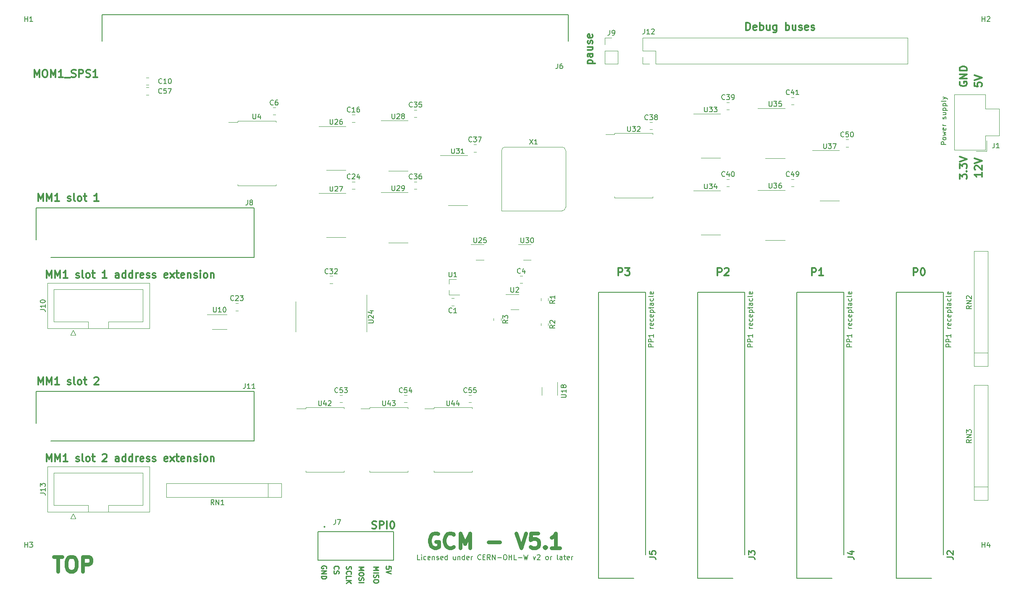
<source format=gbr>
G04 #@! TF.GenerationSoftware,KiCad,Pcbnew,(5.1.8)-1*
G04 #@! TF.CreationDate,2021-04-14T20:49:20+02:00*
G04 #@! TF.ProjectId,Project_GCM,50726f6a-6563-4745-9f47-434d2e6b6963,V5.1*
G04 #@! TF.SameCoordinates,PX40d9900PY1e84800*
G04 #@! TF.FileFunction,Legend,Top*
G04 #@! TF.FilePolarity,Positive*
%FSLAX46Y46*%
G04 Gerber Fmt 4.6, Leading zero omitted, Abs format (unit mm)*
G04 Created by KiCad (PCBNEW (5.1.8)-1) date 2021-04-14 20:49:20*
%MOMM*%
%LPD*%
G01*
G04 APERTURE LIST*
%ADD10C,0.300000*%
%ADD11C,0.150000*%
%ADD12C,0.200000*%
%ADD13C,0.250000*%
%ADD14C,0.750000*%
%ADD15C,0.120000*%
%ADD16C,0.127000*%
%ADD17C,0.254000*%
G04 APERTURE END LIST*
D10*
X117678571Y-9928571D02*
X119178571Y-9928571D01*
X117750000Y-9928571D02*
X117678571Y-9785714D01*
X117678571Y-9500000D01*
X117750000Y-9357142D01*
X117821428Y-9285714D01*
X117964285Y-9214285D01*
X118392857Y-9214285D01*
X118535714Y-9285714D01*
X118607142Y-9357142D01*
X118678571Y-9500000D01*
X118678571Y-9785714D01*
X118607142Y-9928571D01*
X118678571Y-7928571D02*
X117892857Y-7928571D01*
X117750000Y-8000000D01*
X117678571Y-8142857D01*
X117678571Y-8428571D01*
X117750000Y-8571428D01*
X118607142Y-7928571D02*
X118678571Y-8071428D01*
X118678571Y-8428571D01*
X118607142Y-8571428D01*
X118464285Y-8642857D01*
X118321428Y-8642857D01*
X118178571Y-8571428D01*
X118107142Y-8428571D01*
X118107142Y-8071428D01*
X118035714Y-7928571D01*
X117678571Y-6571428D02*
X118678571Y-6571428D01*
X117678571Y-7214285D02*
X118464285Y-7214285D01*
X118607142Y-7142857D01*
X118678571Y-7000000D01*
X118678571Y-6785714D01*
X118607142Y-6642857D01*
X118535714Y-6571428D01*
X118607142Y-5928571D02*
X118678571Y-5785714D01*
X118678571Y-5500000D01*
X118607142Y-5357142D01*
X118464285Y-5285714D01*
X118392857Y-5285714D01*
X118250000Y-5357142D01*
X118178571Y-5500000D01*
X118178571Y-5714285D01*
X118107142Y-5857142D01*
X117964285Y-5928571D01*
X117892857Y-5928571D01*
X117750000Y-5857142D01*
X117678571Y-5714285D01*
X117678571Y-5500000D01*
X117750000Y-5357142D01*
X118607142Y-4071428D02*
X118678571Y-4214285D01*
X118678571Y-4500000D01*
X118607142Y-4642857D01*
X118464285Y-4714285D01*
X117892857Y-4714285D01*
X117750000Y-4642857D01*
X117678571Y-4500000D01*
X117678571Y-4214285D01*
X117750000Y-4071428D01*
X117892857Y-4000000D01*
X118035714Y-4000000D01*
X118178571Y-4714285D01*
X6178571Y-12678571D02*
X6178571Y-11178571D01*
X6678571Y-12250000D01*
X7178571Y-11178571D01*
X7178571Y-12678571D01*
X8178571Y-11178571D02*
X8464285Y-11178571D01*
X8607142Y-11250000D01*
X8750000Y-11392857D01*
X8821428Y-11678571D01*
X8821428Y-12178571D01*
X8750000Y-12464285D01*
X8607142Y-12607142D01*
X8464285Y-12678571D01*
X8178571Y-12678571D01*
X8035714Y-12607142D01*
X7892857Y-12464285D01*
X7821428Y-12178571D01*
X7821428Y-11678571D01*
X7892857Y-11392857D01*
X8035714Y-11250000D01*
X8178571Y-11178571D01*
X9464285Y-12678571D02*
X9464285Y-11178571D01*
X9964285Y-12250000D01*
X10464285Y-11178571D01*
X10464285Y-12678571D01*
X11964285Y-12678571D02*
X11107142Y-12678571D01*
X11535714Y-12678571D02*
X11535714Y-11178571D01*
X11392857Y-11392857D01*
X11250000Y-11535714D01*
X11107142Y-11607142D01*
X12250000Y-12821428D02*
X13392857Y-12821428D01*
X13678571Y-12607142D02*
X13892857Y-12678571D01*
X14250000Y-12678571D01*
X14392857Y-12607142D01*
X14464285Y-12535714D01*
X14535714Y-12392857D01*
X14535714Y-12250000D01*
X14464285Y-12107142D01*
X14392857Y-12035714D01*
X14250000Y-11964285D01*
X13964285Y-11892857D01*
X13821428Y-11821428D01*
X13750000Y-11750000D01*
X13678571Y-11607142D01*
X13678571Y-11464285D01*
X13750000Y-11321428D01*
X13821428Y-11250000D01*
X13964285Y-11178571D01*
X14321428Y-11178571D01*
X14535714Y-11250000D01*
X15178571Y-12678571D02*
X15178571Y-11178571D01*
X15750000Y-11178571D01*
X15892857Y-11250000D01*
X15964285Y-11321428D01*
X16035714Y-11464285D01*
X16035714Y-11678571D01*
X15964285Y-11821428D01*
X15892857Y-11892857D01*
X15750000Y-11964285D01*
X15178571Y-11964285D01*
X16607142Y-12607142D02*
X16821428Y-12678571D01*
X17178571Y-12678571D01*
X17321428Y-12607142D01*
X17392857Y-12535714D01*
X17464285Y-12392857D01*
X17464285Y-12250000D01*
X17392857Y-12107142D01*
X17321428Y-12035714D01*
X17178571Y-11964285D01*
X16892857Y-11892857D01*
X16750000Y-11821428D01*
X16678571Y-11750000D01*
X16607142Y-11607142D01*
X16607142Y-11464285D01*
X16678571Y-11321428D01*
X16750000Y-11250000D01*
X16892857Y-11178571D01*
X17250000Y-11178571D01*
X17464285Y-11250000D01*
X18892857Y-12678571D02*
X18035714Y-12678571D01*
X18464285Y-12678571D02*
X18464285Y-11178571D01*
X18321428Y-11392857D01*
X18178571Y-11535714D01*
X18035714Y-11607142D01*
D11*
X189952380Y-26261904D02*
X188952380Y-26261904D01*
X188952380Y-25880952D01*
X189000000Y-25785714D01*
X189047619Y-25738095D01*
X189142857Y-25690476D01*
X189285714Y-25690476D01*
X189380952Y-25738095D01*
X189428571Y-25785714D01*
X189476190Y-25880952D01*
X189476190Y-26261904D01*
X189952380Y-25119047D02*
X189904761Y-25214285D01*
X189857142Y-25261904D01*
X189761904Y-25309523D01*
X189476190Y-25309523D01*
X189380952Y-25261904D01*
X189333333Y-25214285D01*
X189285714Y-25119047D01*
X189285714Y-24976190D01*
X189333333Y-24880952D01*
X189380952Y-24833333D01*
X189476190Y-24785714D01*
X189761904Y-24785714D01*
X189857142Y-24833333D01*
X189904761Y-24880952D01*
X189952380Y-24976190D01*
X189952380Y-25119047D01*
X189285714Y-24452380D02*
X189952380Y-24261904D01*
X189476190Y-24071428D01*
X189952380Y-23880952D01*
X189285714Y-23690476D01*
X189904761Y-22928571D02*
X189952380Y-23023809D01*
X189952380Y-23214285D01*
X189904761Y-23309523D01*
X189809523Y-23357142D01*
X189428571Y-23357142D01*
X189333333Y-23309523D01*
X189285714Y-23214285D01*
X189285714Y-23023809D01*
X189333333Y-22928571D01*
X189428571Y-22880952D01*
X189523809Y-22880952D01*
X189619047Y-23357142D01*
X189952380Y-22452380D02*
X189285714Y-22452380D01*
X189476190Y-22452380D02*
X189380952Y-22404761D01*
X189333333Y-22357142D01*
X189285714Y-22261904D01*
X189285714Y-22166666D01*
X189904761Y-21119047D02*
X189952380Y-21023809D01*
X189952380Y-20833333D01*
X189904761Y-20738095D01*
X189809523Y-20690476D01*
X189761904Y-20690476D01*
X189666666Y-20738095D01*
X189619047Y-20833333D01*
X189619047Y-20976190D01*
X189571428Y-21071428D01*
X189476190Y-21119047D01*
X189428571Y-21119047D01*
X189333333Y-21071428D01*
X189285714Y-20976190D01*
X189285714Y-20833333D01*
X189333333Y-20738095D01*
X189285714Y-19833333D02*
X189952380Y-19833333D01*
X189285714Y-20261904D02*
X189809523Y-20261904D01*
X189904761Y-20214285D01*
X189952380Y-20119047D01*
X189952380Y-19976190D01*
X189904761Y-19880952D01*
X189857142Y-19833333D01*
X189285714Y-19357142D02*
X190285714Y-19357142D01*
X189333333Y-19357142D02*
X189285714Y-19261904D01*
X189285714Y-19071428D01*
X189333333Y-18976190D01*
X189380952Y-18928571D01*
X189476190Y-18880952D01*
X189761904Y-18880952D01*
X189857142Y-18928571D01*
X189904761Y-18976190D01*
X189952380Y-19071428D01*
X189952380Y-19261904D01*
X189904761Y-19357142D01*
X189285714Y-18452380D02*
X190285714Y-18452380D01*
X189333333Y-18452380D02*
X189285714Y-18357142D01*
X189285714Y-18166666D01*
X189333333Y-18071428D01*
X189380952Y-18023809D01*
X189476190Y-17976190D01*
X189761904Y-17976190D01*
X189857142Y-18023809D01*
X189904761Y-18071428D01*
X189952380Y-18166666D01*
X189952380Y-18357142D01*
X189904761Y-18452380D01*
X189952380Y-17404761D02*
X189904761Y-17500000D01*
X189809523Y-17547619D01*
X188952380Y-17547619D01*
X189285714Y-17119047D02*
X189952380Y-16880952D01*
X189285714Y-16642857D02*
X189952380Y-16880952D01*
X190190476Y-16976190D01*
X190238095Y-17023809D01*
X190285714Y-17119047D01*
D12*
X190952380Y-67023809D02*
X189952380Y-67023809D01*
X189952380Y-66642857D01*
X190000000Y-66547619D01*
X190047619Y-66500000D01*
X190142857Y-66452380D01*
X190285714Y-66452380D01*
X190380952Y-66500000D01*
X190428571Y-66547619D01*
X190476190Y-66642857D01*
X190476190Y-67023809D01*
X190952380Y-66023809D02*
X189952380Y-66023809D01*
X189952380Y-65642857D01*
X190000000Y-65547619D01*
X190047619Y-65500000D01*
X190142857Y-65452380D01*
X190285714Y-65452380D01*
X190380952Y-65500000D01*
X190428571Y-65547619D01*
X190476190Y-65642857D01*
X190476190Y-66023809D01*
X190952380Y-64500000D02*
X190952380Y-65071428D01*
X190952380Y-64785714D02*
X189952380Y-64785714D01*
X190095238Y-64880952D01*
X190190476Y-64976190D01*
X190238095Y-65071428D01*
X190952380Y-63309523D02*
X190285714Y-63309523D01*
X190476190Y-63309523D02*
X190380952Y-63261904D01*
X190333333Y-63214285D01*
X190285714Y-63119047D01*
X190285714Y-63023809D01*
X190904761Y-62309523D02*
X190952380Y-62404761D01*
X190952380Y-62595238D01*
X190904761Y-62690476D01*
X190809523Y-62738095D01*
X190428571Y-62738095D01*
X190333333Y-62690476D01*
X190285714Y-62595238D01*
X190285714Y-62404761D01*
X190333333Y-62309523D01*
X190428571Y-62261904D01*
X190523809Y-62261904D01*
X190619047Y-62738095D01*
X190904761Y-61404761D02*
X190952380Y-61500000D01*
X190952380Y-61690476D01*
X190904761Y-61785714D01*
X190857142Y-61833333D01*
X190761904Y-61880952D01*
X190476190Y-61880952D01*
X190380952Y-61833333D01*
X190333333Y-61785714D01*
X190285714Y-61690476D01*
X190285714Y-61500000D01*
X190333333Y-61404761D01*
X190904761Y-60595238D02*
X190952380Y-60690476D01*
X190952380Y-60880952D01*
X190904761Y-60976190D01*
X190809523Y-61023809D01*
X190428571Y-61023809D01*
X190333333Y-60976190D01*
X190285714Y-60880952D01*
X190285714Y-60690476D01*
X190333333Y-60595238D01*
X190428571Y-60547619D01*
X190523809Y-60547619D01*
X190619047Y-61023809D01*
X190285714Y-60119047D02*
X191285714Y-60119047D01*
X190333333Y-60119047D02*
X190285714Y-60023809D01*
X190285714Y-59833333D01*
X190333333Y-59738095D01*
X190380952Y-59690476D01*
X190476190Y-59642857D01*
X190761904Y-59642857D01*
X190857142Y-59690476D01*
X190904761Y-59738095D01*
X190952380Y-59833333D01*
X190952380Y-60023809D01*
X190904761Y-60119047D01*
X190285714Y-59357142D02*
X190285714Y-58976190D01*
X189952380Y-59214285D02*
X190809523Y-59214285D01*
X190904761Y-59166666D01*
X190952380Y-59071428D01*
X190952380Y-58976190D01*
X190952380Y-58214285D02*
X190428571Y-58214285D01*
X190333333Y-58261904D01*
X190285714Y-58357142D01*
X190285714Y-58547619D01*
X190333333Y-58642857D01*
X190904761Y-58214285D02*
X190952380Y-58309523D01*
X190952380Y-58547619D01*
X190904761Y-58642857D01*
X190809523Y-58690476D01*
X190714285Y-58690476D01*
X190619047Y-58642857D01*
X190571428Y-58547619D01*
X190571428Y-58309523D01*
X190523809Y-58214285D01*
X190904761Y-57309523D02*
X190952380Y-57404761D01*
X190952380Y-57595238D01*
X190904761Y-57690476D01*
X190857142Y-57738095D01*
X190761904Y-57785714D01*
X190476190Y-57785714D01*
X190380952Y-57738095D01*
X190333333Y-57690476D01*
X190285714Y-57595238D01*
X190285714Y-57404761D01*
X190333333Y-57309523D01*
X190952380Y-56738095D02*
X190904761Y-56833333D01*
X190809523Y-56880952D01*
X189952380Y-56880952D01*
X190904761Y-55976190D02*
X190952380Y-56071428D01*
X190952380Y-56261904D01*
X190904761Y-56357142D01*
X190809523Y-56404761D01*
X190428571Y-56404761D01*
X190333333Y-56357142D01*
X190285714Y-56261904D01*
X190285714Y-56071428D01*
X190333333Y-55976190D01*
X190428571Y-55928571D01*
X190523809Y-55928571D01*
X190619047Y-56404761D01*
X170952380Y-67023809D02*
X169952380Y-67023809D01*
X169952380Y-66642857D01*
X170000000Y-66547619D01*
X170047619Y-66500000D01*
X170142857Y-66452380D01*
X170285714Y-66452380D01*
X170380952Y-66500000D01*
X170428571Y-66547619D01*
X170476190Y-66642857D01*
X170476190Y-67023809D01*
X170952380Y-66023809D02*
X169952380Y-66023809D01*
X169952380Y-65642857D01*
X170000000Y-65547619D01*
X170047619Y-65500000D01*
X170142857Y-65452380D01*
X170285714Y-65452380D01*
X170380952Y-65500000D01*
X170428571Y-65547619D01*
X170476190Y-65642857D01*
X170476190Y-66023809D01*
X170952380Y-64500000D02*
X170952380Y-65071428D01*
X170952380Y-64785714D02*
X169952380Y-64785714D01*
X170095238Y-64880952D01*
X170190476Y-64976190D01*
X170238095Y-65071428D01*
X170952380Y-63309523D02*
X170285714Y-63309523D01*
X170476190Y-63309523D02*
X170380952Y-63261904D01*
X170333333Y-63214285D01*
X170285714Y-63119047D01*
X170285714Y-63023809D01*
X170904761Y-62309523D02*
X170952380Y-62404761D01*
X170952380Y-62595238D01*
X170904761Y-62690476D01*
X170809523Y-62738095D01*
X170428571Y-62738095D01*
X170333333Y-62690476D01*
X170285714Y-62595238D01*
X170285714Y-62404761D01*
X170333333Y-62309523D01*
X170428571Y-62261904D01*
X170523809Y-62261904D01*
X170619047Y-62738095D01*
X170904761Y-61404761D02*
X170952380Y-61500000D01*
X170952380Y-61690476D01*
X170904761Y-61785714D01*
X170857142Y-61833333D01*
X170761904Y-61880952D01*
X170476190Y-61880952D01*
X170380952Y-61833333D01*
X170333333Y-61785714D01*
X170285714Y-61690476D01*
X170285714Y-61500000D01*
X170333333Y-61404761D01*
X170904761Y-60595238D02*
X170952380Y-60690476D01*
X170952380Y-60880952D01*
X170904761Y-60976190D01*
X170809523Y-61023809D01*
X170428571Y-61023809D01*
X170333333Y-60976190D01*
X170285714Y-60880952D01*
X170285714Y-60690476D01*
X170333333Y-60595238D01*
X170428571Y-60547619D01*
X170523809Y-60547619D01*
X170619047Y-61023809D01*
X170285714Y-60119047D02*
X171285714Y-60119047D01*
X170333333Y-60119047D02*
X170285714Y-60023809D01*
X170285714Y-59833333D01*
X170333333Y-59738095D01*
X170380952Y-59690476D01*
X170476190Y-59642857D01*
X170761904Y-59642857D01*
X170857142Y-59690476D01*
X170904761Y-59738095D01*
X170952380Y-59833333D01*
X170952380Y-60023809D01*
X170904761Y-60119047D01*
X170285714Y-59357142D02*
X170285714Y-58976190D01*
X169952380Y-59214285D02*
X170809523Y-59214285D01*
X170904761Y-59166666D01*
X170952380Y-59071428D01*
X170952380Y-58976190D01*
X170952380Y-58214285D02*
X170428571Y-58214285D01*
X170333333Y-58261904D01*
X170285714Y-58357142D01*
X170285714Y-58547619D01*
X170333333Y-58642857D01*
X170904761Y-58214285D02*
X170952380Y-58309523D01*
X170952380Y-58547619D01*
X170904761Y-58642857D01*
X170809523Y-58690476D01*
X170714285Y-58690476D01*
X170619047Y-58642857D01*
X170571428Y-58547619D01*
X170571428Y-58309523D01*
X170523809Y-58214285D01*
X170904761Y-57309523D02*
X170952380Y-57404761D01*
X170952380Y-57595238D01*
X170904761Y-57690476D01*
X170857142Y-57738095D01*
X170761904Y-57785714D01*
X170476190Y-57785714D01*
X170380952Y-57738095D01*
X170333333Y-57690476D01*
X170285714Y-57595238D01*
X170285714Y-57404761D01*
X170333333Y-57309523D01*
X170952380Y-56738095D02*
X170904761Y-56833333D01*
X170809523Y-56880952D01*
X169952380Y-56880952D01*
X170904761Y-55976190D02*
X170952380Y-56071428D01*
X170952380Y-56261904D01*
X170904761Y-56357142D01*
X170809523Y-56404761D01*
X170428571Y-56404761D01*
X170333333Y-56357142D01*
X170285714Y-56261904D01*
X170285714Y-56071428D01*
X170333333Y-55976190D01*
X170428571Y-55928571D01*
X170523809Y-55928571D01*
X170619047Y-56404761D01*
X150952380Y-67023809D02*
X149952380Y-67023809D01*
X149952380Y-66642857D01*
X150000000Y-66547619D01*
X150047619Y-66500000D01*
X150142857Y-66452380D01*
X150285714Y-66452380D01*
X150380952Y-66500000D01*
X150428571Y-66547619D01*
X150476190Y-66642857D01*
X150476190Y-67023809D01*
X150952380Y-66023809D02*
X149952380Y-66023809D01*
X149952380Y-65642857D01*
X150000000Y-65547619D01*
X150047619Y-65500000D01*
X150142857Y-65452380D01*
X150285714Y-65452380D01*
X150380952Y-65500000D01*
X150428571Y-65547619D01*
X150476190Y-65642857D01*
X150476190Y-66023809D01*
X150952380Y-64500000D02*
X150952380Y-65071428D01*
X150952380Y-64785714D02*
X149952380Y-64785714D01*
X150095238Y-64880952D01*
X150190476Y-64976190D01*
X150238095Y-65071428D01*
X150952380Y-63309523D02*
X150285714Y-63309523D01*
X150476190Y-63309523D02*
X150380952Y-63261904D01*
X150333333Y-63214285D01*
X150285714Y-63119047D01*
X150285714Y-63023809D01*
X150904761Y-62309523D02*
X150952380Y-62404761D01*
X150952380Y-62595238D01*
X150904761Y-62690476D01*
X150809523Y-62738095D01*
X150428571Y-62738095D01*
X150333333Y-62690476D01*
X150285714Y-62595238D01*
X150285714Y-62404761D01*
X150333333Y-62309523D01*
X150428571Y-62261904D01*
X150523809Y-62261904D01*
X150619047Y-62738095D01*
X150904761Y-61404761D02*
X150952380Y-61500000D01*
X150952380Y-61690476D01*
X150904761Y-61785714D01*
X150857142Y-61833333D01*
X150761904Y-61880952D01*
X150476190Y-61880952D01*
X150380952Y-61833333D01*
X150333333Y-61785714D01*
X150285714Y-61690476D01*
X150285714Y-61500000D01*
X150333333Y-61404761D01*
X150904761Y-60595238D02*
X150952380Y-60690476D01*
X150952380Y-60880952D01*
X150904761Y-60976190D01*
X150809523Y-61023809D01*
X150428571Y-61023809D01*
X150333333Y-60976190D01*
X150285714Y-60880952D01*
X150285714Y-60690476D01*
X150333333Y-60595238D01*
X150428571Y-60547619D01*
X150523809Y-60547619D01*
X150619047Y-61023809D01*
X150285714Y-60119047D02*
X151285714Y-60119047D01*
X150333333Y-60119047D02*
X150285714Y-60023809D01*
X150285714Y-59833333D01*
X150333333Y-59738095D01*
X150380952Y-59690476D01*
X150476190Y-59642857D01*
X150761904Y-59642857D01*
X150857142Y-59690476D01*
X150904761Y-59738095D01*
X150952380Y-59833333D01*
X150952380Y-60023809D01*
X150904761Y-60119047D01*
X150285714Y-59357142D02*
X150285714Y-58976190D01*
X149952380Y-59214285D02*
X150809523Y-59214285D01*
X150904761Y-59166666D01*
X150952380Y-59071428D01*
X150952380Y-58976190D01*
X150952380Y-58214285D02*
X150428571Y-58214285D01*
X150333333Y-58261904D01*
X150285714Y-58357142D01*
X150285714Y-58547619D01*
X150333333Y-58642857D01*
X150904761Y-58214285D02*
X150952380Y-58309523D01*
X150952380Y-58547619D01*
X150904761Y-58642857D01*
X150809523Y-58690476D01*
X150714285Y-58690476D01*
X150619047Y-58642857D01*
X150571428Y-58547619D01*
X150571428Y-58309523D01*
X150523809Y-58214285D01*
X150904761Y-57309523D02*
X150952380Y-57404761D01*
X150952380Y-57595238D01*
X150904761Y-57690476D01*
X150857142Y-57738095D01*
X150761904Y-57785714D01*
X150476190Y-57785714D01*
X150380952Y-57738095D01*
X150333333Y-57690476D01*
X150285714Y-57595238D01*
X150285714Y-57404761D01*
X150333333Y-57309523D01*
X150952380Y-56738095D02*
X150904761Y-56833333D01*
X150809523Y-56880952D01*
X149952380Y-56880952D01*
X150904761Y-55976190D02*
X150952380Y-56071428D01*
X150952380Y-56261904D01*
X150904761Y-56357142D01*
X150809523Y-56404761D01*
X150428571Y-56404761D01*
X150333333Y-56357142D01*
X150285714Y-56261904D01*
X150285714Y-56071428D01*
X150333333Y-55976190D01*
X150428571Y-55928571D01*
X150523809Y-55928571D01*
X150619047Y-56404761D01*
X130952380Y-67023809D02*
X129952380Y-67023809D01*
X129952380Y-66642857D01*
X130000000Y-66547619D01*
X130047619Y-66500000D01*
X130142857Y-66452380D01*
X130285714Y-66452380D01*
X130380952Y-66500000D01*
X130428571Y-66547619D01*
X130476190Y-66642857D01*
X130476190Y-67023809D01*
X130952380Y-66023809D02*
X129952380Y-66023809D01*
X129952380Y-65642857D01*
X130000000Y-65547619D01*
X130047619Y-65500000D01*
X130142857Y-65452380D01*
X130285714Y-65452380D01*
X130380952Y-65500000D01*
X130428571Y-65547619D01*
X130476190Y-65642857D01*
X130476190Y-66023809D01*
X130952380Y-64500000D02*
X130952380Y-65071428D01*
X130952380Y-64785714D02*
X129952380Y-64785714D01*
X130095238Y-64880952D01*
X130190476Y-64976190D01*
X130238095Y-65071428D01*
X130952380Y-63309523D02*
X130285714Y-63309523D01*
X130476190Y-63309523D02*
X130380952Y-63261904D01*
X130333333Y-63214285D01*
X130285714Y-63119047D01*
X130285714Y-63023809D01*
X130904761Y-62309523D02*
X130952380Y-62404761D01*
X130952380Y-62595238D01*
X130904761Y-62690476D01*
X130809523Y-62738095D01*
X130428571Y-62738095D01*
X130333333Y-62690476D01*
X130285714Y-62595238D01*
X130285714Y-62404761D01*
X130333333Y-62309523D01*
X130428571Y-62261904D01*
X130523809Y-62261904D01*
X130619047Y-62738095D01*
X130904761Y-61404761D02*
X130952380Y-61500000D01*
X130952380Y-61690476D01*
X130904761Y-61785714D01*
X130857142Y-61833333D01*
X130761904Y-61880952D01*
X130476190Y-61880952D01*
X130380952Y-61833333D01*
X130333333Y-61785714D01*
X130285714Y-61690476D01*
X130285714Y-61500000D01*
X130333333Y-61404761D01*
X130904761Y-60595238D02*
X130952380Y-60690476D01*
X130952380Y-60880952D01*
X130904761Y-60976190D01*
X130809523Y-61023809D01*
X130428571Y-61023809D01*
X130333333Y-60976190D01*
X130285714Y-60880952D01*
X130285714Y-60690476D01*
X130333333Y-60595238D01*
X130428571Y-60547619D01*
X130523809Y-60547619D01*
X130619047Y-61023809D01*
X130285714Y-60119047D02*
X131285714Y-60119047D01*
X130333333Y-60119047D02*
X130285714Y-60023809D01*
X130285714Y-59833333D01*
X130333333Y-59738095D01*
X130380952Y-59690476D01*
X130476190Y-59642857D01*
X130761904Y-59642857D01*
X130857142Y-59690476D01*
X130904761Y-59738095D01*
X130952380Y-59833333D01*
X130952380Y-60023809D01*
X130904761Y-60119047D01*
X130285714Y-59357142D02*
X130285714Y-58976190D01*
X129952380Y-59214285D02*
X130809523Y-59214285D01*
X130904761Y-59166666D01*
X130952380Y-59071428D01*
X130952380Y-58976190D01*
X130952380Y-58214285D02*
X130428571Y-58214285D01*
X130333333Y-58261904D01*
X130285714Y-58357142D01*
X130285714Y-58547619D01*
X130333333Y-58642857D01*
X130904761Y-58214285D02*
X130952380Y-58309523D01*
X130952380Y-58547619D01*
X130904761Y-58642857D01*
X130809523Y-58690476D01*
X130714285Y-58690476D01*
X130619047Y-58642857D01*
X130571428Y-58547619D01*
X130571428Y-58309523D01*
X130523809Y-58214285D01*
X130904761Y-57309523D02*
X130952380Y-57404761D01*
X130952380Y-57595238D01*
X130904761Y-57690476D01*
X130857142Y-57738095D01*
X130761904Y-57785714D01*
X130476190Y-57785714D01*
X130380952Y-57738095D01*
X130333333Y-57690476D01*
X130285714Y-57595238D01*
X130285714Y-57404761D01*
X130333333Y-57309523D01*
X130952380Y-56738095D02*
X130904761Y-56833333D01*
X130809523Y-56880952D01*
X129952380Y-56880952D01*
X130904761Y-55976190D02*
X130952380Y-56071428D01*
X130952380Y-56261904D01*
X130904761Y-56357142D01*
X130809523Y-56404761D01*
X130428571Y-56404761D01*
X130333333Y-56357142D01*
X130285714Y-56261904D01*
X130285714Y-56071428D01*
X130333333Y-55976190D01*
X130428571Y-55928571D01*
X130523809Y-55928571D01*
X130619047Y-56404761D01*
D11*
X83880952Y-109952380D02*
X83404761Y-109952380D01*
X83404761Y-108952380D01*
X84214285Y-109952380D02*
X84214285Y-109285714D01*
X84214285Y-108952380D02*
X84166666Y-109000000D01*
X84214285Y-109047619D01*
X84261904Y-109000000D01*
X84214285Y-108952380D01*
X84214285Y-109047619D01*
X85119047Y-109904761D02*
X85023809Y-109952380D01*
X84833333Y-109952380D01*
X84738095Y-109904761D01*
X84690476Y-109857142D01*
X84642857Y-109761904D01*
X84642857Y-109476190D01*
X84690476Y-109380952D01*
X84738095Y-109333333D01*
X84833333Y-109285714D01*
X85023809Y-109285714D01*
X85119047Y-109333333D01*
X85928571Y-109904761D02*
X85833333Y-109952380D01*
X85642857Y-109952380D01*
X85547619Y-109904761D01*
X85500000Y-109809523D01*
X85500000Y-109428571D01*
X85547619Y-109333333D01*
X85642857Y-109285714D01*
X85833333Y-109285714D01*
X85928571Y-109333333D01*
X85976190Y-109428571D01*
X85976190Y-109523809D01*
X85500000Y-109619047D01*
X86404761Y-109285714D02*
X86404761Y-109952380D01*
X86404761Y-109380952D02*
X86452380Y-109333333D01*
X86547619Y-109285714D01*
X86690476Y-109285714D01*
X86785714Y-109333333D01*
X86833333Y-109428571D01*
X86833333Y-109952380D01*
X87261904Y-109904761D02*
X87357142Y-109952380D01*
X87547619Y-109952380D01*
X87642857Y-109904761D01*
X87690476Y-109809523D01*
X87690476Y-109761904D01*
X87642857Y-109666666D01*
X87547619Y-109619047D01*
X87404761Y-109619047D01*
X87309523Y-109571428D01*
X87261904Y-109476190D01*
X87261904Y-109428571D01*
X87309523Y-109333333D01*
X87404761Y-109285714D01*
X87547619Y-109285714D01*
X87642857Y-109333333D01*
X88500000Y-109904761D02*
X88404761Y-109952380D01*
X88214285Y-109952380D01*
X88119047Y-109904761D01*
X88071428Y-109809523D01*
X88071428Y-109428571D01*
X88119047Y-109333333D01*
X88214285Y-109285714D01*
X88404761Y-109285714D01*
X88500000Y-109333333D01*
X88547619Y-109428571D01*
X88547619Y-109523809D01*
X88071428Y-109619047D01*
X89404761Y-109952380D02*
X89404761Y-108952380D01*
X89404761Y-109904761D02*
X89309523Y-109952380D01*
X89119047Y-109952380D01*
X89023809Y-109904761D01*
X88976190Y-109857142D01*
X88928571Y-109761904D01*
X88928571Y-109476190D01*
X88976190Y-109380952D01*
X89023809Y-109333333D01*
X89119047Y-109285714D01*
X89309523Y-109285714D01*
X89404761Y-109333333D01*
X91071428Y-109285714D02*
X91071428Y-109952380D01*
X90642857Y-109285714D02*
X90642857Y-109809523D01*
X90690476Y-109904761D01*
X90785714Y-109952380D01*
X90928571Y-109952380D01*
X91023809Y-109904761D01*
X91071428Y-109857142D01*
X91547619Y-109285714D02*
X91547619Y-109952380D01*
X91547619Y-109380952D02*
X91595238Y-109333333D01*
X91690476Y-109285714D01*
X91833333Y-109285714D01*
X91928571Y-109333333D01*
X91976190Y-109428571D01*
X91976190Y-109952380D01*
X92880952Y-109952380D02*
X92880952Y-108952380D01*
X92880952Y-109904761D02*
X92785714Y-109952380D01*
X92595238Y-109952380D01*
X92500000Y-109904761D01*
X92452380Y-109857142D01*
X92404761Y-109761904D01*
X92404761Y-109476190D01*
X92452380Y-109380952D01*
X92500000Y-109333333D01*
X92595238Y-109285714D01*
X92785714Y-109285714D01*
X92880952Y-109333333D01*
X93738095Y-109904761D02*
X93642857Y-109952380D01*
X93452380Y-109952380D01*
X93357142Y-109904761D01*
X93309523Y-109809523D01*
X93309523Y-109428571D01*
X93357142Y-109333333D01*
X93452380Y-109285714D01*
X93642857Y-109285714D01*
X93738095Y-109333333D01*
X93785714Y-109428571D01*
X93785714Y-109523809D01*
X93309523Y-109619047D01*
X94214285Y-109952380D02*
X94214285Y-109285714D01*
X94214285Y-109476190D02*
X94261904Y-109380952D01*
X94309523Y-109333333D01*
X94404761Y-109285714D01*
X94500000Y-109285714D01*
X96166666Y-109857142D02*
X96119047Y-109904761D01*
X95976190Y-109952380D01*
X95880952Y-109952380D01*
X95738095Y-109904761D01*
X95642857Y-109809523D01*
X95595238Y-109714285D01*
X95547619Y-109523809D01*
X95547619Y-109380952D01*
X95595238Y-109190476D01*
X95642857Y-109095238D01*
X95738095Y-109000000D01*
X95880952Y-108952380D01*
X95976190Y-108952380D01*
X96119047Y-109000000D01*
X96166666Y-109047619D01*
X96595238Y-109428571D02*
X96928571Y-109428571D01*
X97071428Y-109952380D02*
X96595238Y-109952380D01*
X96595238Y-108952380D01*
X97071428Y-108952380D01*
X98071428Y-109952380D02*
X97738095Y-109476190D01*
X97500000Y-109952380D02*
X97500000Y-108952380D01*
X97880952Y-108952380D01*
X97976190Y-109000000D01*
X98023809Y-109047619D01*
X98071428Y-109142857D01*
X98071428Y-109285714D01*
X98023809Y-109380952D01*
X97976190Y-109428571D01*
X97880952Y-109476190D01*
X97500000Y-109476190D01*
X98500000Y-109952380D02*
X98500000Y-108952380D01*
X99071428Y-109952380D01*
X99071428Y-108952380D01*
X99547619Y-109571428D02*
X100309523Y-109571428D01*
X100976190Y-108952380D02*
X101166666Y-108952380D01*
X101261904Y-109000000D01*
X101357142Y-109095238D01*
X101404761Y-109285714D01*
X101404761Y-109619047D01*
X101357142Y-109809523D01*
X101261904Y-109904761D01*
X101166666Y-109952380D01*
X100976190Y-109952380D01*
X100880952Y-109904761D01*
X100785714Y-109809523D01*
X100738095Y-109619047D01*
X100738095Y-109285714D01*
X100785714Y-109095238D01*
X100880952Y-109000000D01*
X100976190Y-108952380D01*
X101833333Y-109952380D02*
X101833333Y-108952380D01*
X101833333Y-109428571D02*
X102404761Y-109428571D01*
X102404761Y-109952380D02*
X102404761Y-108952380D01*
X103357142Y-109952380D02*
X102880952Y-109952380D01*
X102880952Y-108952380D01*
X103690476Y-109571428D02*
X104452380Y-109571428D01*
X104833333Y-108952380D02*
X105071428Y-109952380D01*
X105261904Y-109238095D01*
X105452380Y-109952380D01*
X105690476Y-108952380D01*
X106738095Y-109285714D02*
X106976190Y-109952380D01*
X107214285Y-109285714D01*
X107547619Y-109047619D02*
X107595238Y-109000000D01*
X107690476Y-108952380D01*
X107928571Y-108952380D01*
X108023809Y-109000000D01*
X108071428Y-109047619D01*
X108119047Y-109142857D01*
X108119047Y-109238095D01*
X108071428Y-109380952D01*
X107500000Y-109952380D01*
X108119047Y-109952380D01*
X109452380Y-109952380D02*
X109357142Y-109904761D01*
X109309523Y-109857142D01*
X109261904Y-109761904D01*
X109261904Y-109476190D01*
X109309523Y-109380952D01*
X109357142Y-109333333D01*
X109452380Y-109285714D01*
X109595238Y-109285714D01*
X109690476Y-109333333D01*
X109738095Y-109380952D01*
X109785714Y-109476190D01*
X109785714Y-109761904D01*
X109738095Y-109857142D01*
X109690476Y-109904761D01*
X109595238Y-109952380D01*
X109452380Y-109952380D01*
X110214285Y-109952380D02*
X110214285Y-109285714D01*
X110214285Y-109476190D02*
X110261904Y-109380952D01*
X110309523Y-109333333D01*
X110404761Y-109285714D01*
X110500000Y-109285714D01*
X111738095Y-109952380D02*
X111642857Y-109904761D01*
X111595238Y-109809523D01*
X111595238Y-108952380D01*
X112547619Y-109952380D02*
X112547619Y-109428571D01*
X112500000Y-109333333D01*
X112404761Y-109285714D01*
X112214285Y-109285714D01*
X112119047Y-109333333D01*
X112547619Y-109904761D02*
X112452380Y-109952380D01*
X112214285Y-109952380D01*
X112119047Y-109904761D01*
X112071428Y-109809523D01*
X112071428Y-109714285D01*
X112119047Y-109619047D01*
X112214285Y-109571428D01*
X112452380Y-109571428D01*
X112547619Y-109523809D01*
X112880952Y-109285714D02*
X113261904Y-109285714D01*
X113023809Y-108952380D02*
X113023809Y-109809523D01*
X113071428Y-109904761D01*
X113166666Y-109952380D01*
X113261904Y-109952380D01*
X113976190Y-109904761D02*
X113880952Y-109952380D01*
X113690476Y-109952380D01*
X113595238Y-109904761D01*
X113547619Y-109809523D01*
X113547619Y-109428571D01*
X113595238Y-109333333D01*
X113690476Y-109285714D01*
X113880952Y-109285714D01*
X113976190Y-109333333D01*
X114023809Y-109428571D01*
X114023809Y-109523809D01*
X113547619Y-109619047D01*
X114452380Y-109952380D02*
X114452380Y-109285714D01*
X114452380Y-109476190D02*
X114500000Y-109380952D01*
X114547619Y-109333333D01*
X114642857Y-109285714D01*
X114738095Y-109285714D01*
D13*
X65000000Y-111738095D02*
X65047619Y-111642857D01*
X65047619Y-111500000D01*
X65000000Y-111357142D01*
X64904761Y-111261904D01*
X64809523Y-111214285D01*
X64619047Y-111166666D01*
X64476190Y-111166666D01*
X64285714Y-111214285D01*
X64190476Y-111261904D01*
X64095238Y-111357142D01*
X64047619Y-111500000D01*
X64047619Y-111595238D01*
X64095238Y-111738095D01*
X64142857Y-111785714D01*
X64476190Y-111785714D01*
X64476190Y-111595238D01*
X64047619Y-112214285D02*
X65047619Y-112214285D01*
X64047619Y-112785714D01*
X65047619Y-112785714D01*
X64047619Y-113261904D02*
X65047619Y-113261904D01*
X65047619Y-113500000D01*
X65000000Y-113642857D01*
X64904761Y-113738095D01*
X64809523Y-113785714D01*
X64619047Y-113833333D01*
X64476190Y-113833333D01*
X64285714Y-113785714D01*
X64190476Y-113738095D01*
X64095238Y-113642857D01*
X64047619Y-113500000D01*
X64047619Y-113261904D01*
X78047619Y-111809523D02*
X78047619Y-111333333D01*
X77571428Y-111285714D01*
X77619047Y-111333333D01*
X77666666Y-111428571D01*
X77666666Y-111666666D01*
X77619047Y-111761904D01*
X77571428Y-111809523D01*
X77476190Y-111857142D01*
X77238095Y-111857142D01*
X77142857Y-111809523D01*
X77095238Y-111761904D01*
X77047619Y-111666666D01*
X77047619Y-111428571D01*
X77095238Y-111333333D01*
X77142857Y-111285714D01*
X78047619Y-112142857D02*
X77047619Y-112476190D01*
X78047619Y-112809523D01*
X66642857Y-111833333D02*
X66595238Y-111785714D01*
X66547619Y-111642857D01*
X66547619Y-111547619D01*
X66595238Y-111404761D01*
X66690476Y-111309523D01*
X66785714Y-111261904D01*
X66976190Y-111214285D01*
X67119047Y-111214285D01*
X67309523Y-111261904D01*
X67404761Y-111309523D01*
X67500000Y-111404761D01*
X67547619Y-111547619D01*
X67547619Y-111642857D01*
X67500000Y-111785714D01*
X67452380Y-111833333D01*
X66595238Y-112214285D02*
X66547619Y-112357142D01*
X66547619Y-112595238D01*
X66595238Y-112690476D01*
X66642857Y-112738095D01*
X66738095Y-112785714D01*
X66833333Y-112785714D01*
X66928571Y-112738095D01*
X66976190Y-112690476D01*
X67023809Y-112595238D01*
X67071428Y-112404761D01*
X67119047Y-112309523D01*
X67166666Y-112261904D01*
X67261904Y-112214285D01*
X67357142Y-112214285D01*
X67452380Y-112261904D01*
X67500000Y-112309523D01*
X67547619Y-112404761D01*
X67547619Y-112642857D01*
X67500000Y-112785714D01*
X69095238Y-111309523D02*
X69047619Y-111452380D01*
X69047619Y-111690476D01*
X69095238Y-111785714D01*
X69142857Y-111833333D01*
X69238095Y-111880952D01*
X69333333Y-111880952D01*
X69428571Y-111833333D01*
X69476190Y-111785714D01*
X69523809Y-111690476D01*
X69571428Y-111500000D01*
X69619047Y-111404761D01*
X69666666Y-111357142D01*
X69761904Y-111309523D01*
X69857142Y-111309523D01*
X69952380Y-111357142D01*
X70000000Y-111404761D01*
X70047619Y-111500000D01*
X70047619Y-111738095D01*
X70000000Y-111880952D01*
X69142857Y-112880952D02*
X69095238Y-112833333D01*
X69047619Y-112690476D01*
X69047619Y-112595238D01*
X69095238Y-112452380D01*
X69190476Y-112357142D01*
X69285714Y-112309523D01*
X69476190Y-112261904D01*
X69619047Y-112261904D01*
X69809523Y-112309523D01*
X69904761Y-112357142D01*
X70000000Y-112452380D01*
X70047619Y-112595238D01*
X70047619Y-112690476D01*
X70000000Y-112833333D01*
X69952380Y-112880952D01*
X69047619Y-113785714D02*
X69047619Y-113309523D01*
X70047619Y-113309523D01*
X69047619Y-114119047D02*
X70047619Y-114119047D01*
X69047619Y-114690476D02*
X69619047Y-114261904D01*
X70047619Y-114690476D02*
X69476190Y-114119047D01*
X71547619Y-111428571D02*
X72547619Y-111428571D01*
X71833333Y-111761904D01*
X72547619Y-112095238D01*
X71547619Y-112095238D01*
X72547619Y-112761904D02*
X72547619Y-112952380D01*
X72500000Y-113047619D01*
X72404761Y-113142857D01*
X72214285Y-113190476D01*
X71880952Y-113190476D01*
X71690476Y-113142857D01*
X71595238Y-113047619D01*
X71547619Y-112952380D01*
X71547619Y-112761904D01*
X71595238Y-112666666D01*
X71690476Y-112571428D01*
X71880952Y-112523809D01*
X72214285Y-112523809D01*
X72404761Y-112571428D01*
X72500000Y-112666666D01*
X72547619Y-112761904D01*
X71595238Y-113571428D02*
X71547619Y-113714285D01*
X71547619Y-113952380D01*
X71595238Y-114047619D01*
X71642857Y-114095238D01*
X71738095Y-114142857D01*
X71833333Y-114142857D01*
X71928571Y-114095238D01*
X71976190Y-114047619D01*
X72023809Y-113952380D01*
X72071428Y-113761904D01*
X72119047Y-113666666D01*
X72166666Y-113619047D01*
X72261904Y-113571428D01*
X72357142Y-113571428D01*
X72452380Y-113619047D01*
X72500000Y-113666666D01*
X72547619Y-113761904D01*
X72547619Y-114000000D01*
X72500000Y-114142857D01*
X71547619Y-114571428D02*
X72547619Y-114571428D01*
X74547619Y-111428571D02*
X75547619Y-111428571D01*
X74833333Y-111761904D01*
X75547619Y-112095238D01*
X74547619Y-112095238D01*
X74547619Y-112571428D02*
X75547619Y-112571428D01*
X74595238Y-113000000D02*
X74547619Y-113142857D01*
X74547619Y-113380952D01*
X74595238Y-113476190D01*
X74642857Y-113523809D01*
X74738095Y-113571428D01*
X74833333Y-113571428D01*
X74928571Y-113523809D01*
X74976190Y-113476190D01*
X75023809Y-113380952D01*
X75071428Y-113190476D01*
X75119047Y-113095238D01*
X75166666Y-113047619D01*
X75261904Y-113000000D01*
X75357142Y-113000000D01*
X75452380Y-113047619D01*
X75500000Y-113095238D01*
X75547619Y-113190476D01*
X75547619Y-113428571D01*
X75500000Y-113571428D01*
X75547619Y-114190476D02*
X75547619Y-114380952D01*
X75500000Y-114476190D01*
X75404761Y-114571428D01*
X75214285Y-114619047D01*
X74880952Y-114619047D01*
X74690476Y-114571428D01*
X74595238Y-114476190D01*
X74547619Y-114380952D01*
X74547619Y-114190476D01*
X74595238Y-114095238D01*
X74690476Y-114000000D01*
X74880952Y-113952380D01*
X75214285Y-113952380D01*
X75404761Y-114000000D01*
X75500000Y-114095238D01*
X75547619Y-114190476D01*
D10*
X74250000Y-103607142D02*
X74464285Y-103678571D01*
X74821428Y-103678571D01*
X74964285Y-103607142D01*
X75035714Y-103535714D01*
X75107142Y-103392857D01*
X75107142Y-103250000D01*
X75035714Y-103107142D01*
X74964285Y-103035714D01*
X74821428Y-102964285D01*
X74535714Y-102892857D01*
X74392857Y-102821428D01*
X74321428Y-102750000D01*
X74250000Y-102607142D01*
X74250000Y-102464285D01*
X74321428Y-102321428D01*
X74392857Y-102250000D01*
X74535714Y-102178571D01*
X74892857Y-102178571D01*
X75107142Y-102250000D01*
X75750000Y-103678571D02*
X75750000Y-102178571D01*
X76321428Y-102178571D01*
X76464285Y-102250000D01*
X76535714Y-102321428D01*
X76607142Y-102464285D01*
X76607142Y-102678571D01*
X76535714Y-102821428D01*
X76464285Y-102892857D01*
X76321428Y-102964285D01*
X75750000Y-102964285D01*
X77250000Y-103678571D02*
X77250000Y-102178571D01*
X78250000Y-102178571D02*
X78392857Y-102178571D01*
X78535714Y-102250000D01*
X78607142Y-102321428D01*
X78678571Y-102464285D01*
X78750000Y-102750000D01*
X78750000Y-103107142D01*
X78678571Y-103392857D01*
X78607142Y-103535714D01*
X78535714Y-103607142D01*
X78392857Y-103678571D01*
X78250000Y-103678571D01*
X78107142Y-103607142D01*
X78035714Y-103535714D01*
X77964285Y-103392857D01*
X77892857Y-103107142D01*
X77892857Y-102750000D01*
X77964285Y-102464285D01*
X78035714Y-102321428D01*
X78107142Y-102250000D01*
X78250000Y-102178571D01*
X192750000Y-13642857D02*
X192678571Y-13785714D01*
X192678571Y-14000000D01*
X192750000Y-14214285D01*
X192892857Y-14357142D01*
X193035714Y-14428571D01*
X193321428Y-14500000D01*
X193535714Y-14500000D01*
X193821428Y-14428571D01*
X193964285Y-14357142D01*
X194107142Y-14214285D01*
X194178571Y-14000000D01*
X194178571Y-13857142D01*
X194107142Y-13642857D01*
X194035714Y-13571428D01*
X193535714Y-13571428D01*
X193535714Y-13857142D01*
X194178571Y-12928571D02*
X192678571Y-12928571D01*
X194178571Y-12071428D01*
X192678571Y-12071428D01*
X194178571Y-11357142D02*
X192678571Y-11357142D01*
X192678571Y-11000000D01*
X192750000Y-10785714D01*
X192892857Y-10642857D01*
X193035714Y-10571428D01*
X193321428Y-10500000D01*
X193535714Y-10500000D01*
X193821428Y-10571428D01*
X193964285Y-10642857D01*
X194107142Y-10785714D01*
X194178571Y-11000000D01*
X194178571Y-11357142D01*
X197178571Y-31928571D02*
X197178571Y-32785714D01*
X197178571Y-32357142D02*
X195678571Y-32357142D01*
X195892857Y-32500000D01*
X196035714Y-32642857D01*
X196107142Y-32785714D01*
X195821428Y-31357142D02*
X195750000Y-31285714D01*
X195678571Y-31142857D01*
X195678571Y-30785714D01*
X195750000Y-30642857D01*
X195821428Y-30571428D01*
X195964285Y-30500000D01*
X196107142Y-30500000D01*
X196321428Y-30571428D01*
X197178571Y-31428571D01*
X197178571Y-30500000D01*
X195678571Y-30071428D02*
X197178571Y-29571428D01*
X195678571Y-29071428D01*
X192678571Y-33214285D02*
X192678571Y-32285714D01*
X193250000Y-32785714D01*
X193250000Y-32571428D01*
X193321428Y-32428571D01*
X193392857Y-32357142D01*
X193535714Y-32285714D01*
X193892857Y-32285714D01*
X194035714Y-32357142D01*
X194107142Y-32428571D01*
X194178571Y-32571428D01*
X194178571Y-33000000D01*
X194107142Y-33142857D01*
X194035714Y-33214285D01*
X194035714Y-31642857D02*
X194107142Y-31571428D01*
X194178571Y-31642857D01*
X194107142Y-31714285D01*
X194035714Y-31642857D01*
X194178571Y-31642857D01*
X192678571Y-31071428D02*
X192678571Y-30142857D01*
X193250000Y-30642857D01*
X193250000Y-30428571D01*
X193321428Y-30285714D01*
X193392857Y-30214285D01*
X193535714Y-30142857D01*
X193892857Y-30142857D01*
X194035714Y-30214285D01*
X194107142Y-30285714D01*
X194178571Y-30428571D01*
X194178571Y-30857142D01*
X194107142Y-31000000D01*
X194035714Y-31071428D01*
X192678571Y-29714285D02*
X194178571Y-29214285D01*
X192678571Y-28714285D01*
X195678571Y-13785714D02*
X195678571Y-14500000D01*
X196392857Y-14571428D01*
X196321428Y-14500000D01*
X196250000Y-14357142D01*
X196250000Y-14000000D01*
X196321428Y-13857142D01*
X196392857Y-13785714D01*
X196535714Y-13714285D01*
X196892857Y-13714285D01*
X197035714Y-13785714D01*
X197107142Y-13857142D01*
X197178571Y-14000000D01*
X197178571Y-14357142D01*
X197107142Y-14500000D01*
X197035714Y-14571428D01*
X195678571Y-13285714D02*
X197178571Y-12785714D01*
X195678571Y-12285714D01*
X149642857Y-3178571D02*
X149642857Y-1678571D01*
X150000000Y-1678571D01*
X150214285Y-1750000D01*
X150357142Y-1892857D01*
X150428571Y-2035714D01*
X150500000Y-2321428D01*
X150500000Y-2535714D01*
X150428571Y-2821428D01*
X150357142Y-2964285D01*
X150214285Y-3107142D01*
X150000000Y-3178571D01*
X149642857Y-3178571D01*
X151714285Y-3107142D02*
X151571428Y-3178571D01*
X151285714Y-3178571D01*
X151142857Y-3107142D01*
X151071428Y-2964285D01*
X151071428Y-2392857D01*
X151142857Y-2250000D01*
X151285714Y-2178571D01*
X151571428Y-2178571D01*
X151714285Y-2250000D01*
X151785714Y-2392857D01*
X151785714Y-2535714D01*
X151071428Y-2678571D01*
X152428571Y-3178571D02*
X152428571Y-1678571D01*
X152428571Y-2250000D02*
X152571428Y-2178571D01*
X152857142Y-2178571D01*
X153000000Y-2250000D01*
X153071428Y-2321428D01*
X153142857Y-2464285D01*
X153142857Y-2892857D01*
X153071428Y-3035714D01*
X153000000Y-3107142D01*
X152857142Y-3178571D01*
X152571428Y-3178571D01*
X152428571Y-3107142D01*
X154428571Y-2178571D02*
X154428571Y-3178571D01*
X153785714Y-2178571D02*
X153785714Y-2964285D01*
X153857142Y-3107142D01*
X154000000Y-3178571D01*
X154214285Y-3178571D01*
X154357142Y-3107142D01*
X154428571Y-3035714D01*
X155785714Y-2178571D02*
X155785714Y-3392857D01*
X155714285Y-3535714D01*
X155642857Y-3607142D01*
X155500000Y-3678571D01*
X155285714Y-3678571D01*
X155142857Y-3607142D01*
X155785714Y-3107142D02*
X155642857Y-3178571D01*
X155357142Y-3178571D01*
X155214285Y-3107142D01*
X155142857Y-3035714D01*
X155071428Y-2892857D01*
X155071428Y-2464285D01*
X155142857Y-2321428D01*
X155214285Y-2250000D01*
X155357142Y-2178571D01*
X155642857Y-2178571D01*
X155785714Y-2250000D01*
X157642857Y-3178571D02*
X157642857Y-1678571D01*
X157642857Y-2250000D02*
X157785714Y-2178571D01*
X158071428Y-2178571D01*
X158214285Y-2250000D01*
X158285714Y-2321428D01*
X158357142Y-2464285D01*
X158357142Y-2892857D01*
X158285714Y-3035714D01*
X158214285Y-3107142D01*
X158071428Y-3178571D01*
X157785714Y-3178571D01*
X157642857Y-3107142D01*
X159642857Y-2178571D02*
X159642857Y-3178571D01*
X159000000Y-2178571D02*
X159000000Y-2964285D01*
X159071428Y-3107142D01*
X159214285Y-3178571D01*
X159428571Y-3178571D01*
X159571428Y-3107142D01*
X159642857Y-3035714D01*
X160285714Y-3107142D02*
X160428571Y-3178571D01*
X160714285Y-3178571D01*
X160857142Y-3107142D01*
X160928571Y-2964285D01*
X160928571Y-2892857D01*
X160857142Y-2750000D01*
X160714285Y-2678571D01*
X160500000Y-2678571D01*
X160357142Y-2607142D01*
X160285714Y-2464285D01*
X160285714Y-2392857D01*
X160357142Y-2250000D01*
X160500000Y-2178571D01*
X160714285Y-2178571D01*
X160857142Y-2250000D01*
X162142857Y-3107142D02*
X162000000Y-3178571D01*
X161714285Y-3178571D01*
X161571428Y-3107142D01*
X161500000Y-2964285D01*
X161500000Y-2392857D01*
X161571428Y-2250000D01*
X161714285Y-2178571D01*
X162000000Y-2178571D01*
X162142857Y-2250000D01*
X162214285Y-2392857D01*
X162214285Y-2535714D01*
X161500000Y-2678571D01*
X162785714Y-3107142D02*
X162928571Y-3178571D01*
X163214285Y-3178571D01*
X163357142Y-3107142D01*
X163428571Y-2964285D01*
X163428571Y-2892857D01*
X163357142Y-2750000D01*
X163214285Y-2678571D01*
X163000000Y-2678571D01*
X162857142Y-2607142D01*
X162785714Y-2464285D01*
X162785714Y-2392857D01*
X162857142Y-2250000D01*
X163000000Y-2178571D01*
X163214285Y-2178571D01*
X163357142Y-2250000D01*
X8642857Y-53178571D02*
X8642857Y-51678571D01*
X9142857Y-52750000D01*
X9642857Y-51678571D01*
X9642857Y-53178571D01*
X10357142Y-53178571D02*
X10357142Y-51678571D01*
X10857142Y-52750000D01*
X11357142Y-51678571D01*
X11357142Y-53178571D01*
X12857142Y-53178571D02*
X12000000Y-53178571D01*
X12428571Y-53178571D02*
X12428571Y-51678571D01*
X12285714Y-51892857D01*
X12142857Y-52035714D01*
X12000000Y-52107142D01*
X14571428Y-53107142D02*
X14714285Y-53178571D01*
X15000000Y-53178571D01*
X15142857Y-53107142D01*
X15214285Y-52964285D01*
X15214285Y-52892857D01*
X15142857Y-52750000D01*
X15000000Y-52678571D01*
X14785714Y-52678571D01*
X14642857Y-52607142D01*
X14571428Y-52464285D01*
X14571428Y-52392857D01*
X14642857Y-52250000D01*
X14785714Y-52178571D01*
X15000000Y-52178571D01*
X15142857Y-52250000D01*
X16071428Y-53178571D02*
X15928571Y-53107142D01*
X15857142Y-52964285D01*
X15857142Y-51678571D01*
X16857142Y-53178571D02*
X16714285Y-53107142D01*
X16642857Y-53035714D01*
X16571428Y-52892857D01*
X16571428Y-52464285D01*
X16642857Y-52321428D01*
X16714285Y-52250000D01*
X16857142Y-52178571D01*
X17071428Y-52178571D01*
X17214285Y-52250000D01*
X17285714Y-52321428D01*
X17357142Y-52464285D01*
X17357142Y-52892857D01*
X17285714Y-53035714D01*
X17214285Y-53107142D01*
X17071428Y-53178571D01*
X16857142Y-53178571D01*
X17785714Y-52178571D02*
X18357142Y-52178571D01*
X18000000Y-51678571D02*
X18000000Y-52964285D01*
X18071428Y-53107142D01*
X18214285Y-53178571D01*
X18357142Y-53178571D01*
X20785714Y-53178571D02*
X19928571Y-53178571D01*
X20357142Y-53178571D02*
X20357142Y-51678571D01*
X20214285Y-51892857D01*
X20071428Y-52035714D01*
X19928571Y-52107142D01*
X23214285Y-53178571D02*
X23214285Y-52392857D01*
X23142857Y-52250000D01*
X23000000Y-52178571D01*
X22714285Y-52178571D01*
X22571428Y-52250000D01*
X23214285Y-53107142D02*
X23071428Y-53178571D01*
X22714285Y-53178571D01*
X22571428Y-53107142D01*
X22500000Y-52964285D01*
X22500000Y-52821428D01*
X22571428Y-52678571D01*
X22714285Y-52607142D01*
X23071428Y-52607142D01*
X23214285Y-52535714D01*
X24571428Y-53178571D02*
X24571428Y-51678571D01*
X24571428Y-53107142D02*
X24428571Y-53178571D01*
X24142857Y-53178571D01*
X24000000Y-53107142D01*
X23928571Y-53035714D01*
X23857142Y-52892857D01*
X23857142Y-52464285D01*
X23928571Y-52321428D01*
X24000000Y-52250000D01*
X24142857Y-52178571D01*
X24428571Y-52178571D01*
X24571428Y-52250000D01*
X25928571Y-53178571D02*
X25928571Y-51678571D01*
X25928571Y-53107142D02*
X25785714Y-53178571D01*
X25500000Y-53178571D01*
X25357142Y-53107142D01*
X25285714Y-53035714D01*
X25214285Y-52892857D01*
X25214285Y-52464285D01*
X25285714Y-52321428D01*
X25357142Y-52250000D01*
X25500000Y-52178571D01*
X25785714Y-52178571D01*
X25928571Y-52250000D01*
X26642857Y-53178571D02*
X26642857Y-52178571D01*
X26642857Y-52464285D02*
X26714285Y-52321428D01*
X26785714Y-52250000D01*
X26928571Y-52178571D01*
X27071428Y-52178571D01*
X28142857Y-53107142D02*
X28000000Y-53178571D01*
X27714285Y-53178571D01*
X27571428Y-53107142D01*
X27500000Y-52964285D01*
X27500000Y-52392857D01*
X27571428Y-52250000D01*
X27714285Y-52178571D01*
X28000000Y-52178571D01*
X28142857Y-52250000D01*
X28214285Y-52392857D01*
X28214285Y-52535714D01*
X27500000Y-52678571D01*
X28785714Y-53107142D02*
X28928571Y-53178571D01*
X29214285Y-53178571D01*
X29357142Y-53107142D01*
X29428571Y-52964285D01*
X29428571Y-52892857D01*
X29357142Y-52750000D01*
X29214285Y-52678571D01*
X29000000Y-52678571D01*
X28857142Y-52607142D01*
X28785714Y-52464285D01*
X28785714Y-52392857D01*
X28857142Y-52250000D01*
X29000000Y-52178571D01*
X29214285Y-52178571D01*
X29357142Y-52250000D01*
X30000000Y-53107142D02*
X30142857Y-53178571D01*
X30428571Y-53178571D01*
X30571428Y-53107142D01*
X30642857Y-52964285D01*
X30642857Y-52892857D01*
X30571428Y-52750000D01*
X30428571Y-52678571D01*
X30214285Y-52678571D01*
X30071428Y-52607142D01*
X30000000Y-52464285D01*
X30000000Y-52392857D01*
X30071428Y-52250000D01*
X30214285Y-52178571D01*
X30428571Y-52178571D01*
X30571428Y-52250000D01*
X33000000Y-53107142D02*
X32857142Y-53178571D01*
X32571428Y-53178571D01*
X32428571Y-53107142D01*
X32357142Y-52964285D01*
X32357142Y-52392857D01*
X32428571Y-52250000D01*
X32571428Y-52178571D01*
X32857142Y-52178571D01*
X33000000Y-52250000D01*
X33071428Y-52392857D01*
X33071428Y-52535714D01*
X32357142Y-52678571D01*
X33571428Y-53178571D02*
X34357142Y-52178571D01*
X33571428Y-52178571D02*
X34357142Y-53178571D01*
X34714285Y-52178571D02*
X35285714Y-52178571D01*
X34928571Y-51678571D02*
X34928571Y-52964285D01*
X35000000Y-53107142D01*
X35142857Y-53178571D01*
X35285714Y-53178571D01*
X36357142Y-53107142D02*
X36214285Y-53178571D01*
X35928571Y-53178571D01*
X35785714Y-53107142D01*
X35714285Y-52964285D01*
X35714285Y-52392857D01*
X35785714Y-52250000D01*
X35928571Y-52178571D01*
X36214285Y-52178571D01*
X36357142Y-52250000D01*
X36428571Y-52392857D01*
X36428571Y-52535714D01*
X35714285Y-52678571D01*
X37071428Y-52178571D02*
X37071428Y-53178571D01*
X37071428Y-52321428D02*
X37142857Y-52250000D01*
X37285714Y-52178571D01*
X37500000Y-52178571D01*
X37642857Y-52250000D01*
X37714285Y-52392857D01*
X37714285Y-53178571D01*
X38357142Y-53107142D02*
X38500000Y-53178571D01*
X38785714Y-53178571D01*
X38928571Y-53107142D01*
X39000000Y-52964285D01*
X39000000Y-52892857D01*
X38928571Y-52750000D01*
X38785714Y-52678571D01*
X38571428Y-52678571D01*
X38428571Y-52607142D01*
X38357142Y-52464285D01*
X38357142Y-52392857D01*
X38428571Y-52250000D01*
X38571428Y-52178571D01*
X38785714Y-52178571D01*
X38928571Y-52250000D01*
X39642857Y-53178571D02*
X39642857Y-52178571D01*
X39642857Y-51678571D02*
X39571428Y-51750000D01*
X39642857Y-51821428D01*
X39714285Y-51750000D01*
X39642857Y-51678571D01*
X39642857Y-51821428D01*
X40571428Y-53178571D02*
X40428571Y-53107142D01*
X40357142Y-53035714D01*
X40285714Y-52892857D01*
X40285714Y-52464285D01*
X40357142Y-52321428D01*
X40428571Y-52250000D01*
X40571428Y-52178571D01*
X40785714Y-52178571D01*
X40928571Y-52250000D01*
X41000000Y-52321428D01*
X41071428Y-52464285D01*
X41071428Y-52892857D01*
X41000000Y-53035714D01*
X40928571Y-53107142D01*
X40785714Y-53178571D01*
X40571428Y-53178571D01*
X41714285Y-52178571D02*
X41714285Y-53178571D01*
X41714285Y-52321428D02*
X41785714Y-52250000D01*
X41928571Y-52178571D01*
X42142857Y-52178571D01*
X42285714Y-52250000D01*
X42357142Y-52392857D01*
X42357142Y-53178571D01*
X8642857Y-90178571D02*
X8642857Y-88678571D01*
X9142857Y-89750000D01*
X9642857Y-88678571D01*
X9642857Y-90178571D01*
X10357142Y-90178571D02*
X10357142Y-88678571D01*
X10857142Y-89750000D01*
X11357142Y-88678571D01*
X11357142Y-90178571D01*
X12857142Y-90178571D02*
X12000000Y-90178571D01*
X12428571Y-90178571D02*
X12428571Y-88678571D01*
X12285714Y-88892857D01*
X12142857Y-89035714D01*
X12000000Y-89107142D01*
X14571428Y-90107142D02*
X14714285Y-90178571D01*
X15000000Y-90178571D01*
X15142857Y-90107142D01*
X15214285Y-89964285D01*
X15214285Y-89892857D01*
X15142857Y-89750000D01*
X15000000Y-89678571D01*
X14785714Y-89678571D01*
X14642857Y-89607142D01*
X14571428Y-89464285D01*
X14571428Y-89392857D01*
X14642857Y-89250000D01*
X14785714Y-89178571D01*
X15000000Y-89178571D01*
X15142857Y-89250000D01*
X16071428Y-90178571D02*
X15928571Y-90107142D01*
X15857142Y-89964285D01*
X15857142Y-88678571D01*
X16857142Y-90178571D02*
X16714285Y-90107142D01*
X16642857Y-90035714D01*
X16571428Y-89892857D01*
X16571428Y-89464285D01*
X16642857Y-89321428D01*
X16714285Y-89250000D01*
X16857142Y-89178571D01*
X17071428Y-89178571D01*
X17214285Y-89250000D01*
X17285714Y-89321428D01*
X17357142Y-89464285D01*
X17357142Y-89892857D01*
X17285714Y-90035714D01*
X17214285Y-90107142D01*
X17071428Y-90178571D01*
X16857142Y-90178571D01*
X17785714Y-89178571D02*
X18357142Y-89178571D01*
X18000000Y-88678571D02*
X18000000Y-89964285D01*
X18071428Y-90107142D01*
X18214285Y-90178571D01*
X18357142Y-90178571D01*
X19928571Y-88821428D02*
X20000000Y-88750000D01*
X20142857Y-88678571D01*
X20500000Y-88678571D01*
X20642857Y-88750000D01*
X20714285Y-88821428D01*
X20785714Y-88964285D01*
X20785714Y-89107142D01*
X20714285Y-89321428D01*
X19857142Y-90178571D01*
X20785714Y-90178571D01*
X23214285Y-90178571D02*
X23214285Y-89392857D01*
X23142857Y-89250000D01*
X23000000Y-89178571D01*
X22714285Y-89178571D01*
X22571428Y-89250000D01*
X23214285Y-90107142D02*
X23071428Y-90178571D01*
X22714285Y-90178571D01*
X22571428Y-90107142D01*
X22500000Y-89964285D01*
X22500000Y-89821428D01*
X22571428Y-89678571D01*
X22714285Y-89607142D01*
X23071428Y-89607142D01*
X23214285Y-89535714D01*
X24571428Y-90178571D02*
X24571428Y-88678571D01*
X24571428Y-90107142D02*
X24428571Y-90178571D01*
X24142857Y-90178571D01*
X24000000Y-90107142D01*
X23928571Y-90035714D01*
X23857142Y-89892857D01*
X23857142Y-89464285D01*
X23928571Y-89321428D01*
X24000000Y-89250000D01*
X24142857Y-89178571D01*
X24428571Y-89178571D01*
X24571428Y-89250000D01*
X25928571Y-90178571D02*
X25928571Y-88678571D01*
X25928571Y-90107142D02*
X25785714Y-90178571D01*
X25500000Y-90178571D01*
X25357142Y-90107142D01*
X25285714Y-90035714D01*
X25214285Y-89892857D01*
X25214285Y-89464285D01*
X25285714Y-89321428D01*
X25357142Y-89250000D01*
X25500000Y-89178571D01*
X25785714Y-89178571D01*
X25928571Y-89250000D01*
X26642857Y-90178571D02*
X26642857Y-89178571D01*
X26642857Y-89464285D02*
X26714285Y-89321428D01*
X26785714Y-89250000D01*
X26928571Y-89178571D01*
X27071428Y-89178571D01*
X28142857Y-90107142D02*
X28000000Y-90178571D01*
X27714285Y-90178571D01*
X27571428Y-90107142D01*
X27500000Y-89964285D01*
X27500000Y-89392857D01*
X27571428Y-89250000D01*
X27714285Y-89178571D01*
X28000000Y-89178571D01*
X28142857Y-89250000D01*
X28214285Y-89392857D01*
X28214285Y-89535714D01*
X27500000Y-89678571D01*
X28785714Y-90107142D02*
X28928571Y-90178571D01*
X29214285Y-90178571D01*
X29357142Y-90107142D01*
X29428571Y-89964285D01*
X29428571Y-89892857D01*
X29357142Y-89750000D01*
X29214285Y-89678571D01*
X29000000Y-89678571D01*
X28857142Y-89607142D01*
X28785714Y-89464285D01*
X28785714Y-89392857D01*
X28857142Y-89250000D01*
X29000000Y-89178571D01*
X29214285Y-89178571D01*
X29357142Y-89250000D01*
X30000000Y-90107142D02*
X30142857Y-90178571D01*
X30428571Y-90178571D01*
X30571428Y-90107142D01*
X30642857Y-89964285D01*
X30642857Y-89892857D01*
X30571428Y-89750000D01*
X30428571Y-89678571D01*
X30214285Y-89678571D01*
X30071428Y-89607142D01*
X30000000Y-89464285D01*
X30000000Y-89392857D01*
X30071428Y-89250000D01*
X30214285Y-89178571D01*
X30428571Y-89178571D01*
X30571428Y-89250000D01*
X33000000Y-90107142D02*
X32857142Y-90178571D01*
X32571428Y-90178571D01*
X32428571Y-90107142D01*
X32357142Y-89964285D01*
X32357142Y-89392857D01*
X32428571Y-89250000D01*
X32571428Y-89178571D01*
X32857142Y-89178571D01*
X33000000Y-89250000D01*
X33071428Y-89392857D01*
X33071428Y-89535714D01*
X32357142Y-89678571D01*
X33571428Y-90178571D02*
X34357142Y-89178571D01*
X33571428Y-89178571D02*
X34357142Y-90178571D01*
X34714285Y-89178571D02*
X35285714Y-89178571D01*
X34928571Y-88678571D02*
X34928571Y-89964285D01*
X35000000Y-90107142D01*
X35142857Y-90178571D01*
X35285714Y-90178571D01*
X36357142Y-90107142D02*
X36214285Y-90178571D01*
X35928571Y-90178571D01*
X35785714Y-90107142D01*
X35714285Y-89964285D01*
X35714285Y-89392857D01*
X35785714Y-89250000D01*
X35928571Y-89178571D01*
X36214285Y-89178571D01*
X36357142Y-89250000D01*
X36428571Y-89392857D01*
X36428571Y-89535714D01*
X35714285Y-89678571D01*
X37071428Y-89178571D02*
X37071428Y-90178571D01*
X37071428Y-89321428D02*
X37142857Y-89250000D01*
X37285714Y-89178571D01*
X37500000Y-89178571D01*
X37642857Y-89250000D01*
X37714285Y-89392857D01*
X37714285Y-90178571D01*
X38357142Y-90107142D02*
X38500000Y-90178571D01*
X38785714Y-90178571D01*
X38928571Y-90107142D01*
X39000000Y-89964285D01*
X39000000Y-89892857D01*
X38928571Y-89750000D01*
X38785714Y-89678571D01*
X38571428Y-89678571D01*
X38428571Y-89607142D01*
X38357142Y-89464285D01*
X38357142Y-89392857D01*
X38428571Y-89250000D01*
X38571428Y-89178571D01*
X38785714Y-89178571D01*
X38928571Y-89250000D01*
X39642857Y-90178571D02*
X39642857Y-89178571D01*
X39642857Y-88678571D02*
X39571428Y-88750000D01*
X39642857Y-88821428D01*
X39714285Y-88750000D01*
X39642857Y-88678571D01*
X39642857Y-88821428D01*
X40571428Y-90178571D02*
X40428571Y-90107142D01*
X40357142Y-90035714D01*
X40285714Y-89892857D01*
X40285714Y-89464285D01*
X40357142Y-89321428D01*
X40428571Y-89250000D01*
X40571428Y-89178571D01*
X40785714Y-89178571D01*
X40928571Y-89250000D01*
X41000000Y-89321428D01*
X41071428Y-89464285D01*
X41071428Y-89892857D01*
X41000000Y-90035714D01*
X40928571Y-90107142D01*
X40785714Y-90178571D01*
X40571428Y-90178571D01*
X41714285Y-89178571D02*
X41714285Y-90178571D01*
X41714285Y-89321428D02*
X41785714Y-89250000D01*
X41928571Y-89178571D01*
X42142857Y-89178571D01*
X42285714Y-89250000D01*
X42357142Y-89392857D01*
X42357142Y-90178571D01*
X6964285Y-37678571D02*
X6964285Y-36178571D01*
X7464285Y-37250000D01*
X7964285Y-36178571D01*
X7964285Y-37678571D01*
X8678571Y-37678571D02*
X8678571Y-36178571D01*
X9178571Y-37250000D01*
X9678571Y-36178571D01*
X9678571Y-37678571D01*
X11178571Y-37678571D02*
X10321428Y-37678571D01*
X10750000Y-37678571D02*
X10750000Y-36178571D01*
X10607142Y-36392857D01*
X10464285Y-36535714D01*
X10321428Y-36607142D01*
X12892857Y-37607142D02*
X13035714Y-37678571D01*
X13321428Y-37678571D01*
X13464285Y-37607142D01*
X13535714Y-37464285D01*
X13535714Y-37392857D01*
X13464285Y-37250000D01*
X13321428Y-37178571D01*
X13107142Y-37178571D01*
X12964285Y-37107142D01*
X12892857Y-36964285D01*
X12892857Y-36892857D01*
X12964285Y-36750000D01*
X13107142Y-36678571D01*
X13321428Y-36678571D01*
X13464285Y-36750000D01*
X14392857Y-37678571D02*
X14250000Y-37607142D01*
X14178571Y-37464285D01*
X14178571Y-36178571D01*
X15178571Y-37678571D02*
X15035714Y-37607142D01*
X14964285Y-37535714D01*
X14892857Y-37392857D01*
X14892857Y-36964285D01*
X14964285Y-36821428D01*
X15035714Y-36750000D01*
X15178571Y-36678571D01*
X15392857Y-36678571D01*
X15535714Y-36750000D01*
X15607142Y-36821428D01*
X15678571Y-36964285D01*
X15678571Y-37392857D01*
X15607142Y-37535714D01*
X15535714Y-37607142D01*
X15392857Y-37678571D01*
X15178571Y-37678571D01*
X16107142Y-36678571D02*
X16678571Y-36678571D01*
X16321428Y-36178571D02*
X16321428Y-37464285D01*
X16392857Y-37607142D01*
X16535714Y-37678571D01*
X16678571Y-37678571D01*
X19107142Y-37678571D02*
X18250000Y-37678571D01*
X18678571Y-37678571D02*
X18678571Y-36178571D01*
X18535714Y-36392857D01*
X18392857Y-36535714D01*
X18250000Y-36607142D01*
X6964285Y-74678571D02*
X6964285Y-73178571D01*
X7464285Y-74250000D01*
X7964285Y-73178571D01*
X7964285Y-74678571D01*
X8678571Y-74678571D02*
X8678571Y-73178571D01*
X9178571Y-74250000D01*
X9678571Y-73178571D01*
X9678571Y-74678571D01*
X11178571Y-74678571D02*
X10321428Y-74678571D01*
X10750000Y-74678571D02*
X10750000Y-73178571D01*
X10607142Y-73392857D01*
X10464285Y-73535714D01*
X10321428Y-73607142D01*
X12892857Y-74607142D02*
X13035714Y-74678571D01*
X13321428Y-74678571D01*
X13464285Y-74607142D01*
X13535714Y-74464285D01*
X13535714Y-74392857D01*
X13464285Y-74250000D01*
X13321428Y-74178571D01*
X13107142Y-74178571D01*
X12964285Y-74107142D01*
X12892857Y-73964285D01*
X12892857Y-73892857D01*
X12964285Y-73750000D01*
X13107142Y-73678571D01*
X13321428Y-73678571D01*
X13464285Y-73750000D01*
X14392857Y-74678571D02*
X14250000Y-74607142D01*
X14178571Y-74464285D01*
X14178571Y-73178571D01*
X15178571Y-74678571D02*
X15035714Y-74607142D01*
X14964285Y-74535714D01*
X14892857Y-74392857D01*
X14892857Y-73964285D01*
X14964285Y-73821428D01*
X15035714Y-73750000D01*
X15178571Y-73678571D01*
X15392857Y-73678571D01*
X15535714Y-73750000D01*
X15607142Y-73821428D01*
X15678571Y-73964285D01*
X15678571Y-74392857D01*
X15607142Y-74535714D01*
X15535714Y-74607142D01*
X15392857Y-74678571D01*
X15178571Y-74678571D01*
X16107142Y-73678571D02*
X16678571Y-73678571D01*
X16321428Y-73178571D02*
X16321428Y-74464285D01*
X16392857Y-74607142D01*
X16535714Y-74678571D01*
X16678571Y-74678571D01*
X18250000Y-73321428D02*
X18321428Y-73250000D01*
X18464285Y-73178571D01*
X18821428Y-73178571D01*
X18964285Y-73250000D01*
X19035714Y-73321428D01*
X19107142Y-73464285D01*
X19107142Y-73607142D01*
X19035714Y-73821428D01*
X18178571Y-74678571D01*
X19107142Y-74678571D01*
X123892857Y-52678571D02*
X123892857Y-51178571D01*
X124464285Y-51178571D01*
X124607142Y-51250000D01*
X124678571Y-51321428D01*
X124750000Y-51464285D01*
X124750000Y-51678571D01*
X124678571Y-51821428D01*
X124607142Y-51892857D01*
X124464285Y-51964285D01*
X123892857Y-51964285D01*
X125250000Y-51178571D02*
X126178571Y-51178571D01*
X125678571Y-51750000D01*
X125892857Y-51750000D01*
X126035714Y-51821428D01*
X126107142Y-51892857D01*
X126178571Y-52035714D01*
X126178571Y-52392857D01*
X126107142Y-52535714D01*
X126035714Y-52607142D01*
X125892857Y-52678571D01*
X125464285Y-52678571D01*
X125321428Y-52607142D01*
X125250000Y-52535714D01*
X143892857Y-52678571D02*
X143892857Y-51178571D01*
X144464285Y-51178571D01*
X144607142Y-51250000D01*
X144678571Y-51321428D01*
X144750000Y-51464285D01*
X144750000Y-51678571D01*
X144678571Y-51821428D01*
X144607142Y-51892857D01*
X144464285Y-51964285D01*
X143892857Y-51964285D01*
X145321428Y-51321428D02*
X145392857Y-51250000D01*
X145535714Y-51178571D01*
X145892857Y-51178571D01*
X146035714Y-51250000D01*
X146107142Y-51321428D01*
X146178571Y-51464285D01*
X146178571Y-51607142D01*
X146107142Y-51821428D01*
X145250000Y-52678571D01*
X146178571Y-52678571D01*
X162892857Y-52678571D02*
X162892857Y-51178571D01*
X163464285Y-51178571D01*
X163607142Y-51250000D01*
X163678571Y-51321428D01*
X163750000Y-51464285D01*
X163750000Y-51678571D01*
X163678571Y-51821428D01*
X163607142Y-51892857D01*
X163464285Y-51964285D01*
X162892857Y-51964285D01*
X165178571Y-52678571D02*
X164321428Y-52678571D01*
X164750000Y-52678571D02*
X164750000Y-51178571D01*
X164607142Y-51392857D01*
X164464285Y-51535714D01*
X164321428Y-51607142D01*
X183392857Y-52678571D02*
X183392857Y-51178571D01*
X183964285Y-51178571D01*
X184107142Y-51250000D01*
X184178571Y-51321428D01*
X184250000Y-51464285D01*
X184250000Y-51678571D01*
X184178571Y-51821428D01*
X184107142Y-51892857D01*
X183964285Y-51964285D01*
X183392857Y-51964285D01*
X185178571Y-51178571D02*
X185321428Y-51178571D01*
X185464285Y-51250000D01*
X185535714Y-51321428D01*
X185607142Y-51464285D01*
X185678571Y-51750000D01*
X185678571Y-52107142D01*
X185607142Y-52392857D01*
X185535714Y-52535714D01*
X185464285Y-52607142D01*
X185321428Y-52678571D01*
X185178571Y-52678571D01*
X185035714Y-52607142D01*
X184964285Y-52535714D01*
X184892857Y-52392857D01*
X184821428Y-52107142D01*
X184821428Y-51750000D01*
X184892857Y-51464285D01*
X184964285Y-51321428D01*
X185035714Y-51250000D01*
X185178571Y-51178571D01*
D14*
X87571428Y-104750000D02*
X87285714Y-104607142D01*
X86857142Y-104607142D01*
X86428571Y-104750000D01*
X86142857Y-105035714D01*
X86000000Y-105321428D01*
X85857142Y-105892857D01*
X85857142Y-106321428D01*
X86000000Y-106892857D01*
X86142857Y-107178571D01*
X86428571Y-107464285D01*
X86857142Y-107607142D01*
X87142857Y-107607142D01*
X87571428Y-107464285D01*
X87714285Y-107321428D01*
X87714285Y-106321428D01*
X87142857Y-106321428D01*
X90714285Y-107321428D02*
X90571428Y-107464285D01*
X90142857Y-107607142D01*
X89857142Y-107607142D01*
X89428571Y-107464285D01*
X89142857Y-107178571D01*
X89000000Y-106892857D01*
X88857142Y-106321428D01*
X88857142Y-105892857D01*
X89000000Y-105321428D01*
X89142857Y-105035714D01*
X89428571Y-104750000D01*
X89857142Y-104607142D01*
X90142857Y-104607142D01*
X90571428Y-104750000D01*
X90714285Y-104892857D01*
X92000000Y-107607142D02*
X92000000Y-104607142D01*
X93000000Y-106750000D01*
X94000000Y-104607142D01*
X94000000Y-107607142D01*
X97714285Y-106464285D02*
X100000000Y-106464285D01*
X103285714Y-104607142D02*
X104285714Y-107607142D01*
X105285714Y-104607142D01*
X107714285Y-104607142D02*
X106285714Y-104607142D01*
X106142857Y-106035714D01*
X106285714Y-105892857D01*
X106571428Y-105750000D01*
X107285714Y-105750000D01*
X107571428Y-105892857D01*
X107714285Y-106035714D01*
X107857142Y-106321428D01*
X107857142Y-107035714D01*
X107714285Y-107321428D01*
X107571428Y-107464285D01*
X107285714Y-107607142D01*
X106571428Y-107607142D01*
X106285714Y-107464285D01*
X106142857Y-107321428D01*
X109142857Y-107321428D02*
X109285714Y-107464285D01*
X109142857Y-107607142D01*
X109000000Y-107464285D01*
X109142857Y-107321428D01*
X109142857Y-107607142D01*
X112142857Y-107607142D02*
X110428571Y-107607142D01*
X111285714Y-107607142D02*
X111285714Y-104607142D01*
X111000000Y-105035714D01*
X110714285Y-105321428D01*
X110428571Y-105464285D01*
X10071428Y-109357142D02*
X11785714Y-109357142D01*
X10928571Y-112357142D02*
X10928571Y-109357142D01*
X13357142Y-109357142D02*
X13928571Y-109357142D01*
X14214285Y-109500000D01*
X14500000Y-109785714D01*
X14642857Y-110357142D01*
X14642857Y-111357142D01*
X14500000Y-111928571D01*
X14214285Y-112214285D01*
X13928571Y-112357142D01*
X13357142Y-112357142D01*
X13071428Y-112214285D01*
X12785714Y-111928571D01*
X12642857Y-111357142D01*
X12642857Y-110357142D01*
X12785714Y-109785714D01*
X13071428Y-109500000D01*
X13357142Y-109357142D01*
X15928571Y-112357142D02*
X15928571Y-109357142D01*
X17071428Y-109357142D01*
X17357142Y-109500000D01*
X17500000Y-109642857D01*
X17642857Y-109928571D01*
X17642857Y-110357142D01*
X17500000Y-110642857D01*
X17357142Y-110785714D01*
X17071428Y-110928571D01*
X15928571Y-110928571D01*
D15*
X67000000Y-44935000D02*
X68950000Y-44935000D01*
X67000000Y-44935000D02*
X65050000Y-44935000D01*
X67000000Y-36065000D02*
X68950000Y-36065000D01*
X67000000Y-36065000D02*
X63550000Y-36065000D01*
X182250000Y-9970000D02*
X182250000Y-4770000D01*
X131390000Y-9970000D02*
X182250000Y-9970000D01*
X128790000Y-4770000D02*
X182250000Y-4770000D01*
X131390000Y-9970000D02*
X131390000Y-7370000D01*
X131390000Y-7370000D02*
X128790000Y-7370000D01*
X128790000Y-7370000D02*
X128790000Y-4770000D01*
X130120000Y-9970000D02*
X128790000Y-9970000D01*
X128790000Y-9970000D02*
X128790000Y-8640000D01*
D11*
X27400000Y-50000D02*
X106140000Y-50000D01*
X106140000Y-50000D02*
X111220000Y-50000D01*
X22320000Y-50000D02*
X27400000Y-50000D01*
X113770000Y-50000D02*
X113770000Y-5420000D01*
X111220000Y-50000D02*
X113770000Y-50000D01*
X19780000Y-50000D02*
X22330000Y-50000D01*
X19780000Y-50000D02*
X19780000Y-5420000D01*
X11500000Y-76000000D02*
X48500000Y-76000000D01*
X8500000Y-76000000D02*
X11500000Y-76000000D01*
X6500000Y-82500000D02*
X6500000Y-76000000D01*
X6500000Y-76000000D02*
X8500000Y-76000000D01*
X48500000Y-86000000D02*
X50500000Y-86000000D01*
X50500000Y-86000000D02*
X50500000Y-76000000D01*
X50500000Y-76000000D02*
X48500000Y-76000000D01*
X48500000Y-86000000D02*
X9500000Y-86000000D01*
X11500000Y-39000000D02*
X48500000Y-39000000D01*
X8500000Y-39000000D02*
X11500000Y-39000000D01*
X6500000Y-45500000D02*
X6500000Y-39000000D01*
X6500000Y-39000000D02*
X8500000Y-39000000D01*
X48500000Y-49000000D02*
X50500000Y-49000000D01*
X50500000Y-49000000D02*
X50500000Y-39000000D01*
X50500000Y-39000000D02*
X48500000Y-39000000D01*
X48500000Y-49000000D02*
X9500000Y-49000000D01*
D15*
X90238748Y-57265000D02*
X90761252Y-57265000D01*
X90238748Y-58735000D02*
X90761252Y-58735000D01*
X54238748Y-18765000D02*
X54761252Y-18765000D01*
X54238748Y-20235000D02*
X54761252Y-20235000D01*
X29261252Y-14235000D02*
X28738748Y-14235000D01*
X29261252Y-12765000D02*
X28738748Y-12765000D01*
X70761252Y-21735000D02*
X70238748Y-21735000D01*
X70761252Y-20265000D02*
X70238748Y-20265000D01*
X47261252Y-59735000D02*
X46738748Y-59735000D01*
X47261252Y-58265000D02*
X46738748Y-58265000D01*
X65738748Y-52765000D02*
X66261252Y-52765000D01*
X65738748Y-54235000D02*
X66261252Y-54235000D01*
X191650000Y-21750000D02*
X191650000Y-27330000D01*
X191650000Y-27330000D02*
X197850000Y-27330000D01*
X197850000Y-27330000D02*
X197850000Y-24460000D01*
X197850000Y-24460000D02*
X200710000Y-24460000D01*
X200710000Y-24460000D02*
X200710000Y-21750000D01*
X191650000Y-21750000D02*
X191650000Y-16170000D01*
X191650000Y-16170000D02*
X197850000Y-16170000D01*
X197850000Y-16170000D02*
X197850000Y-19040000D01*
X197850000Y-19040000D02*
X200710000Y-19040000D01*
X200710000Y-19040000D02*
X200710000Y-21750000D01*
X196000000Y-27630000D02*
X198150000Y-27630000D01*
X198150000Y-27630000D02*
X198150000Y-25500000D01*
X109735000Y-57272936D02*
X109735000Y-57727064D01*
X108265000Y-57272936D02*
X108265000Y-57727064D01*
X109735000Y-62272936D02*
X109735000Y-62727064D01*
X108265000Y-62272936D02*
X108265000Y-62727064D01*
X100235000Y-61272936D02*
X100235000Y-61727064D01*
X98765000Y-61272936D02*
X98765000Y-61727064D01*
X55940000Y-97400000D02*
X55940000Y-94600000D01*
X55940000Y-94600000D02*
X32740000Y-94600000D01*
X32740000Y-94600000D02*
X32740000Y-97400000D01*
X32740000Y-97400000D02*
X55940000Y-97400000D01*
X53230000Y-97400000D02*
X53230000Y-94600000D01*
X195600000Y-70940000D02*
X198400000Y-70940000D01*
X198400000Y-70940000D02*
X198400000Y-47740000D01*
X198400000Y-47740000D02*
X195600000Y-47740000D01*
X195600000Y-47740000D02*
X195600000Y-70940000D01*
X195600000Y-68230000D02*
X198400000Y-68230000D01*
X195600000Y-97940000D02*
X198400000Y-97940000D01*
X198400000Y-97940000D02*
X198400000Y-74740000D01*
X198400000Y-74740000D02*
X195600000Y-74740000D01*
X195600000Y-74740000D02*
X195600000Y-97940000D01*
X195600000Y-95230000D02*
X198400000Y-95230000D01*
X51000000Y-34510000D02*
X54860000Y-34510000D01*
X54860000Y-34510000D02*
X54860000Y-34275000D01*
X51000000Y-34510000D02*
X47140000Y-34510000D01*
X47140000Y-34510000D02*
X47140000Y-34275000D01*
X51000000Y-21490000D02*
X54860000Y-21490000D01*
X54860000Y-21490000D02*
X54860000Y-21725000D01*
X51000000Y-21490000D02*
X47140000Y-21490000D01*
X47140000Y-21490000D02*
X47140000Y-21725000D01*
X47140000Y-21725000D02*
X45325000Y-21725000D01*
X108440000Y-76000000D02*
X108440000Y-76800000D01*
X108440000Y-76000000D02*
X108440000Y-75200000D01*
X111560000Y-76000000D02*
X111560000Y-76800000D01*
X111560000Y-76000000D02*
X111560000Y-74200000D01*
X58840000Y-61000000D02*
X58840000Y-64050000D01*
X58840000Y-61000000D02*
X58840000Y-57950000D01*
X73160000Y-61000000D02*
X73160000Y-64050000D01*
X73160000Y-61000000D02*
X73160000Y-56550000D01*
X70761252Y-35235000D02*
X70238748Y-35235000D01*
X70761252Y-33765000D02*
X70238748Y-33765000D01*
X83261252Y-20735000D02*
X82738748Y-20735000D01*
X83261252Y-19265000D02*
X82738748Y-19265000D01*
X83261252Y-35235000D02*
X82738748Y-35235000D01*
X83261252Y-33765000D02*
X82738748Y-33765000D01*
X95261252Y-27735000D02*
X94738748Y-27735000D01*
X95261252Y-26265000D02*
X94738748Y-26265000D01*
X130238748Y-21765000D02*
X130761252Y-21765000D01*
X130238748Y-23235000D02*
X130761252Y-23235000D01*
X146261252Y-19235000D02*
X145738748Y-19235000D01*
X146261252Y-17765000D02*
X145738748Y-17765000D01*
X146261252Y-34735000D02*
X145738748Y-34735000D01*
X146261252Y-33265000D02*
X145738748Y-33265000D01*
X159261252Y-18235000D02*
X158738748Y-18235000D01*
X159261252Y-16765000D02*
X158738748Y-16765000D01*
X159261252Y-34735000D02*
X158738748Y-34735000D01*
X159261252Y-33265000D02*
X158738748Y-33265000D01*
X170261252Y-26735000D02*
X169738748Y-26735000D01*
X170261252Y-25265000D02*
X169738748Y-25265000D01*
X67738748Y-76765000D02*
X68261252Y-76765000D01*
X67738748Y-78235000D02*
X68261252Y-78235000D01*
X80738748Y-76765000D02*
X81261252Y-76765000D01*
X80738748Y-78235000D02*
X81261252Y-78235000D01*
X93738748Y-76765000D02*
X94261252Y-76765000D01*
X93738748Y-78235000D02*
X94261252Y-78235000D01*
D12*
X189375000Y-109000000D02*
X189375000Y-56041000D01*
X189375000Y-56041000D02*
X179901000Y-56041000D01*
X179901000Y-56041000D02*
X179901000Y-113699000D01*
X179901000Y-113699000D02*
X187000000Y-113699000D01*
X149375000Y-109000000D02*
X149375000Y-56041000D01*
X149375000Y-56041000D02*
X139901000Y-56041000D01*
X139901000Y-56041000D02*
X139901000Y-113699000D01*
X139901000Y-113699000D02*
X147000000Y-113699000D01*
X169375000Y-109000000D02*
X169375000Y-56041000D01*
X169375000Y-56041000D02*
X159901000Y-56041000D01*
X159901000Y-56041000D02*
X159901000Y-113699000D01*
X159901000Y-113699000D02*
X167000000Y-113699000D01*
X129375000Y-109000000D02*
X129375000Y-56041000D01*
X129375000Y-56041000D02*
X119901000Y-56041000D01*
X119901000Y-56041000D02*
X119901000Y-113699000D01*
X119901000Y-113699000D02*
X127000000Y-113699000D01*
D15*
X89740000Y-53420000D02*
X89740000Y-54350000D01*
X89740000Y-56580000D02*
X89740000Y-55650000D01*
X89740000Y-56580000D02*
X91900000Y-56580000D01*
X89740000Y-53420000D02*
X91200000Y-53420000D01*
X103000000Y-59560000D02*
X103800000Y-59560000D01*
X103000000Y-59560000D02*
X102200000Y-59560000D01*
X103000000Y-56440000D02*
X103800000Y-56440000D01*
X103000000Y-56440000D02*
X101200000Y-56440000D01*
X45000000Y-63500000D02*
X42000000Y-63500000D01*
X45000000Y-60500000D02*
X41000000Y-60500000D01*
X96000000Y-49560000D02*
X96800000Y-49560000D01*
X96000000Y-49560000D02*
X95200000Y-49560000D01*
X96000000Y-46440000D02*
X96800000Y-46440000D01*
X96000000Y-46440000D02*
X94200000Y-46440000D01*
X67000000Y-31435000D02*
X68950000Y-31435000D01*
X67000000Y-31435000D02*
X65050000Y-31435000D01*
X67000000Y-22565000D02*
X68950000Y-22565000D01*
X67000000Y-22565000D02*
X63550000Y-22565000D01*
X79500000Y-21440000D02*
X76000000Y-21440000D01*
X79500000Y-21440000D02*
X81450000Y-21440000D01*
X79500000Y-31560000D02*
X77550000Y-31560000D01*
X79500000Y-31560000D02*
X81450000Y-31560000D01*
X79500000Y-35940000D02*
X76000000Y-35940000D01*
X79500000Y-35940000D02*
X81450000Y-35940000D01*
X79500000Y-46060000D02*
X77550000Y-46060000D01*
X79500000Y-46060000D02*
X81450000Y-46060000D01*
X105500000Y-49560000D02*
X106300000Y-49560000D01*
X105500000Y-49560000D02*
X104700000Y-49560000D01*
X105500000Y-46440000D02*
X106300000Y-46440000D01*
X105500000Y-46440000D02*
X103700000Y-46440000D01*
X91500000Y-28440000D02*
X88000000Y-28440000D01*
X91500000Y-28440000D02*
X93450000Y-28440000D01*
X91500000Y-38560000D02*
X89550000Y-38560000D01*
X91500000Y-38560000D02*
X93450000Y-38560000D01*
X127000000Y-37010000D02*
X130860000Y-37010000D01*
X130860000Y-37010000D02*
X130860000Y-36775000D01*
X127000000Y-37010000D02*
X123140000Y-37010000D01*
X123140000Y-37010000D02*
X123140000Y-36775000D01*
X127000000Y-23990000D02*
X130860000Y-23990000D01*
X130860000Y-23990000D02*
X130860000Y-24225000D01*
X127000000Y-23990000D02*
X123140000Y-23990000D01*
X123140000Y-23990000D02*
X123140000Y-24225000D01*
X123140000Y-24225000D02*
X121325000Y-24225000D01*
X142500000Y-28935000D02*
X144450000Y-28935000D01*
X142500000Y-28935000D02*
X140550000Y-28935000D01*
X142500000Y-20065000D02*
X144450000Y-20065000D01*
X142500000Y-20065000D02*
X139050000Y-20065000D01*
X142500000Y-44435000D02*
X144450000Y-44435000D01*
X142500000Y-44435000D02*
X140550000Y-44435000D01*
X142500000Y-35565000D02*
X144450000Y-35565000D01*
X142500000Y-35565000D02*
X139050000Y-35565000D01*
X155500000Y-18940000D02*
X152000000Y-18940000D01*
X155500000Y-18940000D02*
X157450000Y-18940000D01*
X155500000Y-29060000D02*
X153550000Y-29060000D01*
X155500000Y-29060000D02*
X157450000Y-29060000D01*
X155500000Y-35440000D02*
X152000000Y-35440000D01*
X155500000Y-35440000D02*
X157450000Y-35440000D01*
X155500000Y-45560000D02*
X153550000Y-45560000D01*
X155500000Y-45560000D02*
X157450000Y-45560000D01*
X166500000Y-27440000D02*
X163000000Y-27440000D01*
X166500000Y-27440000D02*
X168450000Y-27440000D01*
X166500000Y-37560000D02*
X164550000Y-37560000D01*
X166500000Y-37560000D02*
X168450000Y-37560000D01*
X64715000Y-92305000D02*
X68575000Y-92305000D01*
X68575000Y-92305000D02*
X68575000Y-92070000D01*
X64715000Y-92305000D02*
X60855000Y-92305000D01*
X60855000Y-92305000D02*
X60855000Y-92070000D01*
X64715000Y-79285000D02*
X68575000Y-79285000D01*
X68575000Y-79285000D02*
X68575000Y-79520000D01*
X64715000Y-79285000D02*
X60855000Y-79285000D01*
X60855000Y-79285000D02*
X60855000Y-79520000D01*
X60855000Y-79520000D02*
X59040000Y-79520000D01*
X77625000Y-92305000D02*
X81485000Y-92305000D01*
X81485000Y-92305000D02*
X81485000Y-92070000D01*
X77625000Y-92305000D02*
X73765000Y-92305000D01*
X73765000Y-92305000D02*
X73765000Y-92070000D01*
X77625000Y-79285000D02*
X81485000Y-79285000D01*
X81485000Y-79285000D02*
X81485000Y-79520000D01*
X77625000Y-79285000D02*
X73765000Y-79285000D01*
X73765000Y-79285000D02*
X73765000Y-79520000D01*
X73765000Y-79520000D02*
X71950000Y-79520000D01*
X90535000Y-92305000D02*
X94395000Y-92305000D01*
X94395000Y-92305000D02*
X94395000Y-92070000D01*
X90535000Y-92305000D02*
X86675000Y-92305000D01*
X86675000Y-92305000D02*
X86675000Y-92070000D01*
X90535000Y-79285000D02*
X94395000Y-79285000D01*
X94395000Y-79285000D02*
X94395000Y-79520000D01*
X90535000Y-79285000D02*
X86675000Y-79285000D01*
X86675000Y-79285000D02*
X86675000Y-79520000D01*
X86675000Y-79520000D02*
X84860000Y-79520000D01*
X100360000Y-27490000D02*
X100360000Y-39640000D01*
X112510000Y-26740000D02*
X101110000Y-26740000D01*
X113260000Y-38890000D02*
X113260000Y-27490000D01*
X100360000Y-39640000D02*
X112510000Y-39640000D01*
X101110000Y-26740000D02*
G75*
G03*
X100360000Y-27490000I0J-750000D01*
G01*
X113260000Y-27490000D02*
G75*
G03*
X112510000Y-26740000I-750000J0D01*
G01*
X112510000Y-39640000D02*
G75*
G03*
X113260000Y-38890000I0J750000D01*
G01*
X8790000Y-63290000D02*
X8790000Y-54170000D01*
X8790000Y-54170000D02*
X29370000Y-54170000D01*
X29370000Y-54170000D02*
X29370000Y-63290000D01*
X29370000Y-63290000D02*
X8790000Y-63290000D01*
X17030000Y-63290000D02*
X17030000Y-61980000D01*
X17030000Y-61980000D02*
X10090000Y-61980000D01*
X10090000Y-61980000D02*
X10090000Y-55480000D01*
X10090000Y-55480000D02*
X28070000Y-55480000D01*
X28070000Y-55480000D02*
X28070000Y-61980000D01*
X28070000Y-61980000D02*
X21130000Y-61980000D01*
X21130000Y-61980000D02*
X21130000Y-61980000D01*
X21130000Y-61980000D02*
X21130000Y-63290000D01*
X14000000Y-63680000D02*
X13500000Y-64680000D01*
X13500000Y-64680000D02*
X14500000Y-64680000D01*
X14500000Y-64680000D02*
X14000000Y-63680000D01*
X8790000Y-100290000D02*
X8790000Y-91170000D01*
X8790000Y-91170000D02*
X29370000Y-91170000D01*
X29370000Y-91170000D02*
X29370000Y-100290000D01*
X29370000Y-100290000D02*
X8790000Y-100290000D01*
X17030000Y-100290000D02*
X17030000Y-98980000D01*
X17030000Y-98980000D02*
X10090000Y-98980000D01*
X10090000Y-98980000D02*
X10090000Y-92480000D01*
X10090000Y-92480000D02*
X28070000Y-92480000D01*
X28070000Y-92480000D02*
X28070000Y-98980000D01*
X28070000Y-98980000D02*
X21130000Y-98980000D01*
X21130000Y-98980000D02*
X21130000Y-98980000D01*
X21130000Y-98980000D02*
X21130000Y-100290000D01*
X14000000Y-100680000D02*
X13500000Y-101680000D01*
X13500000Y-101680000D02*
X14500000Y-101680000D01*
X14500000Y-101680000D02*
X14000000Y-100680000D01*
X104058748Y-52735000D02*
X104581252Y-52735000D01*
X104058748Y-54205000D02*
X104581252Y-54205000D01*
D12*
X64750000Y-103330000D02*
G75*
G03*
X64750000Y-103330000I-100000J0D01*
G01*
D16*
X78620000Y-110050000D02*
X63380000Y-110050000D01*
X78620000Y-104330000D02*
X78620000Y-110050000D01*
X63380000Y-104330000D02*
X78620000Y-104330000D01*
X63380000Y-110050000D02*
X63380000Y-104330000D01*
D15*
X121170000Y-4770000D02*
X122500000Y-4770000D01*
X121170000Y-6100000D02*
X121170000Y-4770000D01*
X121170000Y-7370000D02*
X123830000Y-7370000D01*
X123830000Y-7370000D02*
X123830000Y-9970000D01*
X121170000Y-7370000D02*
X121170000Y-9970000D01*
X121170000Y-9970000D02*
X123830000Y-9970000D01*
X29261252Y-14765000D02*
X28738748Y-14765000D01*
X29261252Y-16235000D02*
X28738748Y-16235000D01*
D11*
X65761904Y-34672380D02*
X65761904Y-35481904D01*
X65809523Y-35577142D01*
X65857142Y-35624761D01*
X65952380Y-35672380D01*
X66142857Y-35672380D01*
X66238095Y-35624761D01*
X66285714Y-35577142D01*
X66333333Y-35481904D01*
X66333333Y-34672380D01*
X66761904Y-34767619D02*
X66809523Y-34720000D01*
X66904761Y-34672380D01*
X67142857Y-34672380D01*
X67238095Y-34720000D01*
X67285714Y-34767619D01*
X67333333Y-34862857D01*
X67333333Y-34958095D01*
X67285714Y-35100952D01*
X66714285Y-35672380D01*
X67333333Y-35672380D01*
X67666666Y-34672380D02*
X68333333Y-34672380D01*
X67904761Y-35672380D01*
X129190476Y-2952380D02*
X129190476Y-3666666D01*
X129142857Y-3809523D01*
X129047619Y-3904761D01*
X128904761Y-3952380D01*
X128809523Y-3952380D01*
X130190476Y-3952380D02*
X129619047Y-3952380D01*
X129904761Y-3952380D02*
X129904761Y-2952380D01*
X129809523Y-3095238D01*
X129714285Y-3190476D01*
X129619047Y-3238095D01*
X130571428Y-3047619D02*
X130619047Y-3000000D01*
X130714285Y-2952380D01*
X130952380Y-2952380D01*
X131047619Y-3000000D01*
X131095238Y-3047619D01*
X131142857Y-3142857D01*
X131142857Y-3238095D01*
X131095238Y-3380952D01*
X130523809Y-3952380D01*
X131142857Y-3952380D01*
X111666666Y-9952380D02*
X111666666Y-10666666D01*
X111619047Y-10809523D01*
X111523809Y-10904761D01*
X111380952Y-10952380D01*
X111285714Y-10952380D01*
X112571428Y-9952380D02*
X112380952Y-9952380D01*
X112285714Y-10000000D01*
X112238095Y-10047619D01*
X112142857Y-10190476D01*
X112095238Y-10380952D01*
X112095238Y-10761904D01*
X112142857Y-10857142D01*
X112190476Y-10904761D01*
X112285714Y-10952380D01*
X112476190Y-10952380D01*
X112571428Y-10904761D01*
X112619047Y-10857142D01*
X112666666Y-10761904D01*
X112666666Y-10523809D01*
X112619047Y-10428571D01*
X112571428Y-10380952D01*
X112476190Y-10333333D01*
X112285714Y-10333333D01*
X112190476Y-10380952D01*
X112142857Y-10428571D01*
X112095238Y-10523809D01*
X48690476Y-74452380D02*
X48690476Y-75166666D01*
X48642857Y-75309523D01*
X48547619Y-75404761D01*
X48404761Y-75452380D01*
X48309523Y-75452380D01*
X49690476Y-75452380D02*
X49119047Y-75452380D01*
X49404761Y-75452380D02*
X49404761Y-74452380D01*
X49309523Y-74595238D01*
X49214285Y-74690476D01*
X49119047Y-74738095D01*
X50642857Y-75452380D02*
X50071428Y-75452380D01*
X50357142Y-75452380D02*
X50357142Y-74452380D01*
X50261904Y-74595238D01*
X50166666Y-74690476D01*
X50071428Y-74738095D01*
X49166666Y-37452380D02*
X49166666Y-38166666D01*
X49119047Y-38309523D01*
X49023809Y-38404761D01*
X48880952Y-38452380D01*
X48785714Y-38452380D01*
X49785714Y-37880952D02*
X49690476Y-37833333D01*
X49642857Y-37785714D01*
X49595238Y-37690476D01*
X49595238Y-37642857D01*
X49642857Y-37547619D01*
X49690476Y-37500000D01*
X49785714Y-37452380D01*
X49976190Y-37452380D01*
X50071428Y-37500000D01*
X50119047Y-37547619D01*
X50166666Y-37642857D01*
X50166666Y-37690476D01*
X50119047Y-37785714D01*
X50071428Y-37833333D01*
X49976190Y-37880952D01*
X49785714Y-37880952D01*
X49690476Y-37928571D01*
X49642857Y-37976190D01*
X49595238Y-38071428D01*
X49595238Y-38261904D01*
X49642857Y-38357142D01*
X49690476Y-38404761D01*
X49785714Y-38452380D01*
X49976190Y-38452380D01*
X50071428Y-38404761D01*
X50119047Y-38357142D01*
X50166666Y-38261904D01*
X50166666Y-38071428D01*
X50119047Y-37976190D01*
X50071428Y-37928571D01*
X49976190Y-37880952D01*
X90333333Y-60107142D02*
X90285714Y-60154761D01*
X90142857Y-60202380D01*
X90047619Y-60202380D01*
X89904761Y-60154761D01*
X89809523Y-60059523D01*
X89761904Y-59964285D01*
X89714285Y-59773809D01*
X89714285Y-59630952D01*
X89761904Y-59440476D01*
X89809523Y-59345238D01*
X89904761Y-59250000D01*
X90047619Y-59202380D01*
X90142857Y-59202380D01*
X90285714Y-59250000D01*
X90333333Y-59297619D01*
X91285714Y-60202380D02*
X90714285Y-60202380D01*
X91000000Y-60202380D02*
X91000000Y-59202380D01*
X90904761Y-59345238D01*
X90809523Y-59440476D01*
X90714285Y-59488095D01*
X54333333Y-18207142D02*
X54285714Y-18254761D01*
X54142857Y-18302380D01*
X54047619Y-18302380D01*
X53904761Y-18254761D01*
X53809523Y-18159523D01*
X53761904Y-18064285D01*
X53714285Y-17873809D01*
X53714285Y-17730952D01*
X53761904Y-17540476D01*
X53809523Y-17445238D01*
X53904761Y-17350000D01*
X54047619Y-17302380D01*
X54142857Y-17302380D01*
X54285714Y-17350000D01*
X54333333Y-17397619D01*
X55190476Y-17302380D02*
X55000000Y-17302380D01*
X54904761Y-17350000D01*
X54857142Y-17397619D01*
X54761904Y-17540476D01*
X54714285Y-17730952D01*
X54714285Y-18111904D01*
X54761904Y-18207142D01*
X54809523Y-18254761D01*
X54904761Y-18302380D01*
X55095238Y-18302380D01*
X55190476Y-18254761D01*
X55238095Y-18207142D01*
X55285714Y-18111904D01*
X55285714Y-17873809D01*
X55238095Y-17778571D01*
X55190476Y-17730952D01*
X55095238Y-17683333D01*
X54904761Y-17683333D01*
X54809523Y-17730952D01*
X54761904Y-17778571D01*
X54714285Y-17873809D01*
X31857142Y-13857142D02*
X31809523Y-13904761D01*
X31666666Y-13952380D01*
X31571428Y-13952380D01*
X31428571Y-13904761D01*
X31333333Y-13809523D01*
X31285714Y-13714285D01*
X31238095Y-13523809D01*
X31238095Y-13380952D01*
X31285714Y-13190476D01*
X31333333Y-13095238D01*
X31428571Y-13000000D01*
X31571428Y-12952380D01*
X31666666Y-12952380D01*
X31809523Y-13000000D01*
X31857142Y-13047619D01*
X32809523Y-13952380D02*
X32238095Y-13952380D01*
X32523809Y-13952380D02*
X32523809Y-12952380D01*
X32428571Y-13095238D01*
X32333333Y-13190476D01*
X32238095Y-13238095D01*
X33428571Y-12952380D02*
X33523809Y-12952380D01*
X33619047Y-13000000D01*
X33666666Y-13047619D01*
X33714285Y-13142857D01*
X33761904Y-13333333D01*
X33761904Y-13571428D01*
X33714285Y-13761904D01*
X33666666Y-13857142D01*
X33619047Y-13904761D01*
X33523809Y-13952380D01*
X33428571Y-13952380D01*
X33333333Y-13904761D01*
X33285714Y-13857142D01*
X33238095Y-13761904D01*
X33190476Y-13571428D01*
X33190476Y-13333333D01*
X33238095Y-13142857D01*
X33285714Y-13047619D01*
X33333333Y-13000000D01*
X33428571Y-12952380D01*
X69857142Y-19607142D02*
X69809523Y-19654761D01*
X69666666Y-19702380D01*
X69571428Y-19702380D01*
X69428571Y-19654761D01*
X69333333Y-19559523D01*
X69285714Y-19464285D01*
X69238095Y-19273809D01*
X69238095Y-19130952D01*
X69285714Y-18940476D01*
X69333333Y-18845238D01*
X69428571Y-18750000D01*
X69571428Y-18702380D01*
X69666666Y-18702380D01*
X69809523Y-18750000D01*
X69857142Y-18797619D01*
X70809523Y-19702380D02*
X70238095Y-19702380D01*
X70523809Y-19702380D02*
X70523809Y-18702380D01*
X70428571Y-18845238D01*
X70333333Y-18940476D01*
X70238095Y-18988095D01*
X71666666Y-18702380D02*
X71476190Y-18702380D01*
X71380952Y-18750000D01*
X71333333Y-18797619D01*
X71238095Y-18940476D01*
X71190476Y-19130952D01*
X71190476Y-19511904D01*
X71238095Y-19607142D01*
X71285714Y-19654761D01*
X71380952Y-19702380D01*
X71571428Y-19702380D01*
X71666666Y-19654761D01*
X71714285Y-19607142D01*
X71761904Y-19511904D01*
X71761904Y-19273809D01*
X71714285Y-19178571D01*
X71666666Y-19130952D01*
X71571428Y-19083333D01*
X71380952Y-19083333D01*
X71285714Y-19130952D01*
X71238095Y-19178571D01*
X71190476Y-19273809D01*
X46357142Y-57607142D02*
X46309523Y-57654761D01*
X46166666Y-57702380D01*
X46071428Y-57702380D01*
X45928571Y-57654761D01*
X45833333Y-57559523D01*
X45785714Y-57464285D01*
X45738095Y-57273809D01*
X45738095Y-57130952D01*
X45785714Y-56940476D01*
X45833333Y-56845238D01*
X45928571Y-56750000D01*
X46071428Y-56702380D01*
X46166666Y-56702380D01*
X46309523Y-56750000D01*
X46357142Y-56797619D01*
X46738095Y-56797619D02*
X46785714Y-56750000D01*
X46880952Y-56702380D01*
X47119047Y-56702380D01*
X47214285Y-56750000D01*
X47261904Y-56797619D01*
X47309523Y-56892857D01*
X47309523Y-56988095D01*
X47261904Y-57130952D01*
X46690476Y-57702380D01*
X47309523Y-57702380D01*
X47642857Y-56702380D02*
X48261904Y-56702380D01*
X47928571Y-57083333D01*
X48071428Y-57083333D01*
X48166666Y-57130952D01*
X48214285Y-57178571D01*
X48261904Y-57273809D01*
X48261904Y-57511904D01*
X48214285Y-57607142D01*
X48166666Y-57654761D01*
X48071428Y-57702380D01*
X47785714Y-57702380D01*
X47690476Y-57654761D01*
X47642857Y-57607142D01*
X65357142Y-52207142D02*
X65309523Y-52254761D01*
X65166666Y-52302380D01*
X65071428Y-52302380D01*
X64928571Y-52254761D01*
X64833333Y-52159523D01*
X64785714Y-52064285D01*
X64738095Y-51873809D01*
X64738095Y-51730952D01*
X64785714Y-51540476D01*
X64833333Y-51445238D01*
X64928571Y-51350000D01*
X65071428Y-51302380D01*
X65166666Y-51302380D01*
X65309523Y-51350000D01*
X65357142Y-51397619D01*
X65690476Y-51302380D02*
X66309523Y-51302380D01*
X65976190Y-51683333D01*
X66119047Y-51683333D01*
X66214285Y-51730952D01*
X66261904Y-51778571D01*
X66309523Y-51873809D01*
X66309523Y-52111904D01*
X66261904Y-52207142D01*
X66214285Y-52254761D01*
X66119047Y-52302380D01*
X65833333Y-52302380D01*
X65738095Y-52254761D01*
X65690476Y-52207142D01*
X66690476Y-51397619D02*
X66738095Y-51350000D01*
X66833333Y-51302380D01*
X67071428Y-51302380D01*
X67166666Y-51350000D01*
X67214285Y-51397619D01*
X67261904Y-51492857D01*
X67261904Y-51588095D01*
X67214285Y-51730952D01*
X66642857Y-52302380D01*
X67261904Y-52302380D01*
X199666666Y-25952380D02*
X199666666Y-26666666D01*
X199619047Y-26809523D01*
X199523809Y-26904761D01*
X199380952Y-26952380D01*
X199285714Y-26952380D01*
X200666666Y-26952380D02*
X200095238Y-26952380D01*
X200380952Y-26952380D02*
X200380952Y-25952380D01*
X200285714Y-26095238D01*
X200190476Y-26190476D01*
X200095238Y-26238095D01*
X111102380Y-57666666D02*
X110626190Y-58000000D01*
X111102380Y-58238095D02*
X110102380Y-58238095D01*
X110102380Y-57857142D01*
X110150000Y-57761904D01*
X110197619Y-57714285D01*
X110292857Y-57666666D01*
X110435714Y-57666666D01*
X110530952Y-57714285D01*
X110578571Y-57761904D01*
X110626190Y-57857142D01*
X110626190Y-58238095D01*
X111102380Y-56714285D02*
X111102380Y-57285714D01*
X111102380Y-57000000D02*
X110102380Y-57000000D01*
X110245238Y-57095238D01*
X110340476Y-57190476D01*
X110388095Y-57285714D01*
X111102380Y-62666666D02*
X110626190Y-63000000D01*
X111102380Y-63238095D02*
X110102380Y-63238095D01*
X110102380Y-62857142D01*
X110150000Y-62761904D01*
X110197619Y-62714285D01*
X110292857Y-62666666D01*
X110435714Y-62666666D01*
X110530952Y-62714285D01*
X110578571Y-62761904D01*
X110626190Y-62857142D01*
X110626190Y-63238095D01*
X110197619Y-62285714D02*
X110150000Y-62238095D01*
X110102380Y-62142857D01*
X110102380Y-61904761D01*
X110150000Y-61809523D01*
X110197619Y-61761904D01*
X110292857Y-61714285D01*
X110388095Y-61714285D01*
X110530952Y-61761904D01*
X111102380Y-62333333D01*
X111102380Y-61714285D01*
X101602380Y-61666666D02*
X101126190Y-62000000D01*
X101602380Y-62238095D02*
X100602380Y-62238095D01*
X100602380Y-61857142D01*
X100650000Y-61761904D01*
X100697619Y-61714285D01*
X100792857Y-61666666D01*
X100935714Y-61666666D01*
X101030952Y-61714285D01*
X101078571Y-61761904D01*
X101126190Y-61857142D01*
X101126190Y-62238095D01*
X100602380Y-61333333D02*
X100602380Y-60714285D01*
X100983333Y-61047619D01*
X100983333Y-60904761D01*
X101030952Y-60809523D01*
X101078571Y-60761904D01*
X101173809Y-60714285D01*
X101411904Y-60714285D01*
X101507142Y-60761904D01*
X101554761Y-60809523D01*
X101602380Y-60904761D01*
X101602380Y-61190476D01*
X101554761Y-61285714D01*
X101507142Y-61333333D01*
X42379523Y-98852380D02*
X42046190Y-98376190D01*
X41808095Y-98852380D02*
X41808095Y-97852380D01*
X42189047Y-97852380D01*
X42284285Y-97900000D01*
X42331904Y-97947619D01*
X42379523Y-98042857D01*
X42379523Y-98185714D01*
X42331904Y-98280952D01*
X42284285Y-98328571D01*
X42189047Y-98376190D01*
X41808095Y-98376190D01*
X42808095Y-98852380D02*
X42808095Y-97852380D01*
X43379523Y-98852380D01*
X43379523Y-97852380D01*
X44379523Y-98852380D02*
X43808095Y-98852380D01*
X44093809Y-98852380D02*
X44093809Y-97852380D01*
X43998571Y-97995238D01*
X43903333Y-98090476D01*
X43808095Y-98138095D01*
X195052380Y-58760476D02*
X194576190Y-59093809D01*
X195052380Y-59331904D02*
X194052380Y-59331904D01*
X194052380Y-58950952D01*
X194100000Y-58855714D01*
X194147619Y-58808095D01*
X194242857Y-58760476D01*
X194385714Y-58760476D01*
X194480952Y-58808095D01*
X194528571Y-58855714D01*
X194576190Y-58950952D01*
X194576190Y-59331904D01*
X195052380Y-58331904D02*
X194052380Y-58331904D01*
X195052380Y-57760476D01*
X194052380Y-57760476D01*
X194147619Y-57331904D02*
X194100000Y-57284285D01*
X194052380Y-57189047D01*
X194052380Y-56950952D01*
X194100000Y-56855714D01*
X194147619Y-56808095D01*
X194242857Y-56760476D01*
X194338095Y-56760476D01*
X194480952Y-56808095D01*
X195052380Y-57379523D01*
X195052380Y-56760476D01*
X195052380Y-85760476D02*
X194576190Y-86093809D01*
X195052380Y-86331904D02*
X194052380Y-86331904D01*
X194052380Y-85950952D01*
X194100000Y-85855714D01*
X194147619Y-85808095D01*
X194242857Y-85760476D01*
X194385714Y-85760476D01*
X194480952Y-85808095D01*
X194528571Y-85855714D01*
X194576190Y-85950952D01*
X194576190Y-86331904D01*
X195052380Y-85331904D02*
X194052380Y-85331904D01*
X195052380Y-84760476D01*
X194052380Y-84760476D01*
X194052380Y-84379523D02*
X194052380Y-83760476D01*
X194433333Y-84093809D01*
X194433333Y-83950952D01*
X194480952Y-83855714D01*
X194528571Y-83808095D01*
X194623809Y-83760476D01*
X194861904Y-83760476D01*
X194957142Y-83808095D01*
X195004761Y-83855714D01*
X195052380Y-83950952D01*
X195052380Y-84236666D01*
X195004761Y-84331904D01*
X194957142Y-84379523D01*
X50238095Y-20102380D02*
X50238095Y-20911904D01*
X50285714Y-21007142D01*
X50333333Y-21054761D01*
X50428571Y-21102380D01*
X50619047Y-21102380D01*
X50714285Y-21054761D01*
X50761904Y-21007142D01*
X50809523Y-20911904D01*
X50809523Y-20102380D01*
X51714285Y-20435714D02*
X51714285Y-21102380D01*
X51476190Y-20054761D02*
X51238095Y-20769047D01*
X51857142Y-20769047D01*
X112352380Y-77238095D02*
X113161904Y-77238095D01*
X113257142Y-77190476D01*
X113304761Y-77142857D01*
X113352380Y-77047619D01*
X113352380Y-76857142D01*
X113304761Y-76761904D01*
X113257142Y-76714285D01*
X113161904Y-76666666D01*
X112352380Y-76666666D01*
X113352380Y-75666666D02*
X113352380Y-76238095D01*
X113352380Y-75952380D02*
X112352380Y-75952380D01*
X112495238Y-76047619D01*
X112590476Y-76142857D01*
X112638095Y-76238095D01*
X112780952Y-75095238D02*
X112733333Y-75190476D01*
X112685714Y-75238095D01*
X112590476Y-75285714D01*
X112542857Y-75285714D01*
X112447619Y-75238095D01*
X112400000Y-75190476D01*
X112352380Y-75095238D01*
X112352380Y-74904761D01*
X112400000Y-74809523D01*
X112447619Y-74761904D01*
X112542857Y-74714285D01*
X112590476Y-74714285D01*
X112685714Y-74761904D01*
X112733333Y-74809523D01*
X112780952Y-74904761D01*
X112780952Y-75095238D01*
X112828571Y-75190476D01*
X112876190Y-75238095D01*
X112971428Y-75285714D01*
X113161904Y-75285714D01*
X113257142Y-75238095D01*
X113304761Y-75190476D01*
X113352380Y-75095238D01*
X113352380Y-74904761D01*
X113304761Y-74809523D01*
X113257142Y-74761904D01*
X113161904Y-74714285D01*
X112971428Y-74714285D01*
X112876190Y-74761904D01*
X112828571Y-74809523D01*
X112780952Y-74904761D01*
X73502380Y-62238095D02*
X74311904Y-62238095D01*
X74407142Y-62190476D01*
X74454761Y-62142857D01*
X74502380Y-62047619D01*
X74502380Y-61857142D01*
X74454761Y-61761904D01*
X74407142Y-61714285D01*
X74311904Y-61666666D01*
X73502380Y-61666666D01*
X73597619Y-61238095D02*
X73550000Y-61190476D01*
X73502380Y-61095238D01*
X73502380Y-60857142D01*
X73550000Y-60761904D01*
X73597619Y-60714285D01*
X73692857Y-60666666D01*
X73788095Y-60666666D01*
X73930952Y-60714285D01*
X74502380Y-61285714D01*
X74502380Y-60666666D01*
X73835714Y-59809523D02*
X74502380Y-59809523D01*
X73454761Y-60047619D02*
X74169047Y-60285714D01*
X74169047Y-59666666D01*
X69857142Y-33107142D02*
X69809523Y-33154761D01*
X69666666Y-33202380D01*
X69571428Y-33202380D01*
X69428571Y-33154761D01*
X69333333Y-33059523D01*
X69285714Y-32964285D01*
X69238095Y-32773809D01*
X69238095Y-32630952D01*
X69285714Y-32440476D01*
X69333333Y-32345238D01*
X69428571Y-32250000D01*
X69571428Y-32202380D01*
X69666666Y-32202380D01*
X69809523Y-32250000D01*
X69857142Y-32297619D01*
X70238095Y-32297619D02*
X70285714Y-32250000D01*
X70380952Y-32202380D01*
X70619047Y-32202380D01*
X70714285Y-32250000D01*
X70761904Y-32297619D01*
X70809523Y-32392857D01*
X70809523Y-32488095D01*
X70761904Y-32630952D01*
X70190476Y-33202380D01*
X70809523Y-33202380D01*
X71666666Y-32535714D02*
X71666666Y-33202380D01*
X71428571Y-32154761D02*
X71190476Y-32869047D01*
X71809523Y-32869047D01*
X82357142Y-18607142D02*
X82309523Y-18654761D01*
X82166666Y-18702380D01*
X82071428Y-18702380D01*
X81928571Y-18654761D01*
X81833333Y-18559523D01*
X81785714Y-18464285D01*
X81738095Y-18273809D01*
X81738095Y-18130952D01*
X81785714Y-17940476D01*
X81833333Y-17845238D01*
X81928571Y-17750000D01*
X82071428Y-17702380D01*
X82166666Y-17702380D01*
X82309523Y-17750000D01*
X82357142Y-17797619D01*
X82690476Y-17702380D02*
X83309523Y-17702380D01*
X82976190Y-18083333D01*
X83119047Y-18083333D01*
X83214285Y-18130952D01*
X83261904Y-18178571D01*
X83309523Y-18273809D01*
X83309523Y-18511904D01*
X83261904Y-18607142D01*
X83214285Y-18654761D01*
X83119047Y-18702380D01*
X82833333Y-18702380D01*
X82738095Y-18654761D01*
X82690476Y-18607142D01*
X84214285Y-17702380D02*
X83738095Y-17702380D01*
X83690476Y-18178571D01*
X83738095Y-18130952D01*
X83833333Y-18083333D01*
X84071428Y-18083333D01*
X84166666Y-18130952D01*
X84214285Y-18178571D01*
X84261904Y-18273809D01*
X84261904Y-18511904D01*
X84214285Y-18607142D01*
X84166666Y-18654761D01*
X84071428Y-18702380D01*
X83833333Y-18702380D01*
X83738095Y-18654761D01*
X83690476Y-18607142D01*
X82357142Y-33107142D02*
X82309523Y-33154761D01*
X82166666Y-33202380D01*
X82071428Y-33202380D01*
X81928571Y-33154761D01*
X81833333Y-33059523D01*
X81785714Y-32964285D01*
X81738095Y-32773809D01*
X81738095Y-32630952D01*
X81785714Y-32440476D01*
X81833333Y-32345238D01*
X81928571Y-32250000D01*
X82071428Y-32202380D01*
X82166666Y-32202380D01*
X82309523Y-32250000D01*
X82357142Y-32297619D01*
X82690476Y-32202380D02*
X83309523Y-32202380D01*
X82976190Y-32583333D01*
X83119047Y-32583333D01*
X83214285Y-32630952D01*
X83261904Y-32678571D01*
X83309523Y-32773809D01*
X83309523Y-33011904D01*
X83261904Y-33107142D01*
X83214285Y-33154761D01*
X83119047Y-33202380D01*
X82833333Y-33202380D01*
X82738095Y-33154761D01*
X82690476Y-33107142D01*
X84166666Y-32202380D02*
X83976190Y-32202380D01*
X83880952Y-32250000D01*
X83833333Y-32297619D01*
X83738095Y-32440476D01*
X83690476Y-32630952D01*
X83690476Y-33011904D01*
X83738095Y-33107142D01*
X83785714Y-33154761D01*
X83880952Y-33202380D01*
X84071428Y-33202380D01*
X84166666Y-33154761D01*
X84214285Y-33107142D01*
X84261904Y-33011904D01*
X84261904Y-32773809D01*
X84214285Y-32678571D01*
X84166666Y-32630952D01*
X84071428Y-32583333D01*
X83880952Y-32583333D01*
X83785714Y-32630952D01*
X83738095Y-32678571D01*
X83690476Y-32773809D01*
X94357142Y-25607142D02*
X94309523Y-25654761D01*
X94166666Y-25702380D01*
X94071428Y-25702380D01*
X93928571Y-25654761D01*
X93833333Y-25559523D01*
X93785714Y-25464285D01*
X93738095Y-25273809D01*
X93738095Y-25130952D01*
X93785714Y-24940476D01*
X93833333Y-24845238D01*
X93928571Y-24750000D01*
X94071428Y-24702380D01*
X94166666Y-24702380D01*
X94309523Y-24750000D01*
X94357142Y-24797619D01*
X94690476Y-24702380D02*
X95309523Y-24702380D01*
X94976190Y-25083333D01*
X95119047Y-25083333D01*
X95214285Y-25130952D01*
X95261904Y-25178571D01*
X95309523Y-25273809D01*
X95309523Y-25511904D01*
X95261904Y-25607142D01*
X95214285Y-25654761D01*
X95119047Y-25702380D01*
X94833333Y-25702380D01*
X94738095Y-25654761D01*
X94690476Y-25607142D01*
X95642857Y-24702380D02*
X96309523Y-24702380D01*
X95880952Y-25702380D01*
X129857142Y-21177142D02*
X129809523Y-21224761D01*
X129666666Y-21272380D01*
X129571428Y-21272380D01*
X129428571Y-21224761D01*
X129333333Y-21129523D01*
X129285714Y-21034285D01*
X129238095Y-20843809D01*
X129238095Y-20700952D01*
X129285714Y-20510476D01*
X129333333Y-20415238D01*
X129428571Y-20320000D01*
X129571428Y-20272380D01*
X129666666Y-20272380D01*
X129809523Y-20320000D01*
X129857142Y-20367619D01*
X130190476Y-20272380D02*
X130809523Y-20272380D01*
X130476190Y-20653333D01*
X130619047Y-20653333D01*
X130714285Y-20700952D01*
X130761904Y-20748571D01*
X130809523Y-20843809D01*
X130809523Y-21081904D01*
X130761904Y-21177142D01*
X130714285Y-21224761D01*
X130619047Y-21272380D01*
X130333333Y-21272380D01*
X130238095Y-21224761D01*
X130190476Y-21177142D01*
X131380952Y-20700952D02*
X131285714Y-20653333D01*
X131238095Y-20605714D01*
X131190476Y-20510476D01*
X131190476Y-20462857D01*
X131238095Y-20367619D01*
X131285714Y-20320000D01*
X131380952Y-20272380D01*
X131571428Y-20272380D01*
X131666666Y-20320000D01*
X131714285Y-20367619D01*
X131761904Y-20462857D01*
X131761904Y-20510476D01*
X131714285Y-20605714D01*
X131666666Y-20653333D01*
X131571428Y-20700952D01*
X131380952Y-20700952D01*
X131285714Y-20748571D01*
X131238095Y-20796190D01*
X131190476Y-20891428D01*
X131190476Y-21081904D01*
X131238095Y-21177142D01*
X131285714Y-21224761D01*
X131380952Y-21272380D01*
X131571428Y-21272380D01*
X131666666Y-21224761D01*
X131714285Y-21177142D01*
X131761904Y-21081904D01*
X131761904Y-20891428D01*
X131714285Y-20796190D01*
X131666666Y-20748571D01*
X131571428Y-20700952D01*
X145357142Y-17107142D02*
X145309523Y-17154761D01*
X145166666Y-17202380D01*
X145071428Y-17202380D01*
X144928571Y-17154761D01*
X144833333Y-17059523D01*
X144785714Y-16964285D01*
X144738095Y-16773809D01*
X144738095Y-16630952D01*
X144785714Y-16440476D01*
X144833333Y-16345238D01*
X144928571Y-16250000D01*
X145071428Y-16202380D01*
X145166666Y-16202380D01*
X145309523Y-16250000D01*
X145357142Y-16297619D01*
X145690476Y-16202380D02*
X146309523Y-16202380D01*
X145976190Y-16583333D01*
X146119047Y-16583333D01*
X146214285Y-16630952D01*
X146261904Y-16678571D01*
X146309523Y-16773809D01*
X146309523Y-17011904D01*
X146261904Y-17107142D01*
X146214285Y-17154761D01*
X146119047Y-17202380D01*
X145833333Y-17202380D01*
X145738095Y-17154761D01*
X145690476Y-17107142D01*
X146785714Y-17202380D02*
X146976190Y-17202380D01*
X147071428Y-17154761D01*
X147119047Y-17107142D01*
X147214285Y-16964285D01*
X147261904Y-16773809D01*
X147261904Y-16392857D01*
X147214285Y-16297619D01*
X147166666Y-16250000D01*
X147071428Y-16202380D01*
X146880952Y-16202380D01*
X146785714Y-16250000D01*
X146738095Y-16297619D01*
X146690476Y-16392857D01*
X146690476Y-16630952D01*
X146738095Y-16726190D01*
X146785714Y-16773809D01*
X146880952Y-16821428D01*
X147071428Y-16821428D01*
X147166666Y-16773809D01*
X147214285Y-16726190D01*
X147261904Y-16630952D01*
X145357142Y-32607142D02*
X145309523Y-32654761D01*
X145166666Y-32702380D01*
X145071428Y-32702380D01*
X144928571Y-32654761D01*
X144833333Y-32559523D01*
X144785714Y-32464285D01*
X144738095Y-32273809D01*
X144738095Y-32130952D01*
X144785714Y-31940476D01*
X144833333Y-31845238D01*
X144928571Y-31750000D01*
X145071428Y-31702380D01*
X145166666Y-31702380D01*
X145309523Y-31750000D01*
X145357142Y-31797619D01*
X146214285Y-32035714D02*
X146214285Y-32702380D01*
X145976190Y-31654761D02*
X145738095Y-32369047D01*
X146357142Y-32369047D01*
X146928571Y-31702380D02*
X147023809Y-31702380D01*
X147119047Y-31750000D01*
X147166666Y-31797619D01*
X147214285Y-31892857D01*
X147261904Y-32083333D01*
X147261904Y-32321428D01*
X147214285Y-32511904D01*
X147166666Y-32607142D01*
X147119047Y-32654761D01*
X147023809Y-32702380D01*
X146928571Y-32702380D01*
X146833333Y-32654761D01*
X146785714Y-32607142D01*
X146738095Y-32511904D01*
X146690476Y-32321428D01*
X146690476Y-32083333D01*
X146738095Y-31892857D01*
X146785714Y-31797619D01*
X146833333Y-31750000D01*
X146928571Y-31702380D01*
X158357142Y-16107142D02*
X158309523Y-16154761D01*
X158166666Y-16202380D01*
X158071428Y-16202380D01*
X157928571Y-16154761D01*
X157833333Y-16059523D01*
X157785714Y-15964285D01*
X157738095Y-15773809D01*
X157738095Y-15630952D01*
X157785714Y-15440476D01*
X157833333Y-15345238D01*
X157928571Y-15250000D01*
X158071428Y-15202380D01*
X158166666Y-15202380D01*
X158309523Y-15250000D01*
X158357142Y-15297619D01*
X159214285Y-15535714D02*
X159214285Y-16202380D01*
X158976190Y-15154761D02*
X158738095Y-15869047D01*
X159357142Y-15869047D01*
X160261904Y-16202380D02*
X159690476Y-16202380D01*
X159976190Y-16202380D02*
X159976190Y-15202380D01*
X159880952Y-15345238D01*
X159785714Y-15440476D01*
X159690476Y-15488095D01*
X158357142Y-32607142D02*
X158309523Y-32654761D01*
X158166666Y-32702380D01*
X158071428Y-32702380D01*
X157928571Y-32654761D01*
X157833333Y-32559523D01*
X157785714Y-32464285D01*
X157738095Y-32273809D01*
X157738095Y-32130952D01*
X157785714Y-31940476D01*
X157833333Y-31845238D01*
X157928571Y-31750000D01*
X158071428Y-31702380D01*
X158166666Y-31702380D01*
X158309523Y-31750000D01*
X158357142Y-31797619D01*
X159214285Y-32035714D02*
X159214285Y-32702380D01*
X158976190Y-31654761D02*
X158738095Y-32369047D01*
X159357142Y-32369047D01*
X159785714Y-32702380D02*
X159976190Y-32702380D01*
X160071428Y-32654761D01*
X160119047Y-32607142D01*
X160214285Y-32464285D01*
X160261904Y-32273809D01*
X160261904Y-31892857D01*
X160214285Y-31797619D01*
X160166666Y-31750000D01*
X160071428Y-31702380D01*
X159880952Y-31702380D01*
X159785714Y-31750000D01*
X159738095Y-31797619D01*
X159690476Y-31892857D01*
X159690476Y-32130952D01*
X159738095Y-32226190D01*
X159785714Y-32273809D01*
X159880952Y-32321428D01*
X160071428Y-32321428D01*
X160166666Y-32273809D01*
X160214285Y-32226190D01*
X160261904Y-32130952D01*
X169357142Y-24607142D02*
X169309523Y-24654761D01*
X169166666Y-24702380D01*
X169071428Y-24702380D01*
X168928571Y-24654761D01*
X168833333Y-24559523D01*
X168785714Y-24464285D01*
X168738095Y-24273809D01*
X168738095Y-24130952D01*
X168785714Y-23940476D01*
X168833333Y-23845238D01*
X168928571Y-23750000D01*
X169071428Y-23702380D01*
X169166666Y-23702380D01*
X169309523Y-23750000D01*
X169357142Y-23797619D01*
X170261904Y-23702380D02*
X169785714Y-23702380D01*
X169738095Y-24178571D01*
X169785714Y-24130952D01*
X169880952Y-24083333D01*
X170119047Y-24083333D01*
X170214285Y-24130952D01*
X170261904Y-24178571D01*
X170309523Y-24273809D01*
X170309523Y-24511904D01*
X170261904Y-24607142D01*
X170214285Y-24654761D01*
X170119047Y-24702380D01*
X169880952Y-24702380D01*
X169785714Y-24654761D01*
X169738095Y-24607142D01*
X170928571Y-23702380D02*
X171023809Y-23702380D01*
X171119047Y-23750000D01*
X171166666Y-23797619D01*
X171214285Y-23892857D01*
X171261904Y-24083333D01*
X171261904Y-24321428D01*
X171214285Y-24511904D01*
X171166666Y-24607142D01*
X171119047Y-24654761D01*
X171023809Y-24702380D01*
X170928571Y-24702380D01*
X170833333Y-24654761D01*
X170785714Y-24607142D01*
X170738095Y-24511904D01*
X170690476Y-24321428D01*
X170690476Y-24083333D01*
X170738095Y-23892857D01*
X170785714Y-23797619D01*
X170833333Y-23750000D01*
X170928571Y-23702380D01*
X67357142Y-76177142D02*
X67309523Y-76224761D01*
X67166666Y-76272380D01*
X67071428Y-76272380D01*
X66928571Y-76224761D01*
X66833333Y-76129523D01*
X66785714Y-76034285D01*
X66738095Y-75843809D01*
X66738095Y-75700952D01*
X66785714Y-75510476D01*
X66833333Y-75415238D01*
X66928571Y-75320000D01*
X67071428Y-75272380D01*
X67166666Y-75272380D01*
X67309523Y-75320000D01*
X67357142Y-75367619D01*
X68261904Y-75272380D02*
X67785714Y-75272380D01*
X67738095Y-75748571D01*
X67785714Y-75700952D01*
X67880952Y-75653333D01*
X68119047Y-75653333D01*
X68214285Y-75700952D01*
X68261904Y-75748571D01*
X68309523Y-75843809D01*
X68309523Y-76081904D01*
X68261904Y-76177142D01*
X68214285Y-76224761D01*
X68119047Y-76272380D01*
X67880952Y-76272380D01*
X67785714Y-76224761D01*
X67738095Y-76177142D01*
X68642857Y-75272380D02*
X69261904Y-75272380D01*
X68928571Y-75653333D01*
X69071428Y-75653333D01*
X69166666Y-75700952D01*
X69214285Y-75748571D01*
X69261904Y-75843809D01*
X69261904Y-76081904D01*
X69214285Y-76177142D01*
X69166666Y-76224761D01*
X69071428Y-76272380D01*
X68785714Y-76272380D01*
X68690476Y-76224761D01*
X68642857Y-76177142D01*
X80357142Y-76177142D02*
X80309523Y-76224761D01*
X80166666Y-76272380D01*
X80071428Y-76272380D01*
X79928571Y-76224761D01*
X79833333Y-76129523D01*
X79785714Y-76034285D01*
X79738095Y-75843809D01*
X79738095Y-75700952D01*
X79785714Y-75510476D01*
X79833333Y-75415238D01*
X79928571Y-75320000D01*
X80071428Y-75272380D01*
X80166666Y-75272380D01*
X80309523Y-75320000D01*
X80357142Y-75367619D01*
X81261904Y-75272380D02*
X80785714Y-75272380D01*
X80738095Y-75748571D01*
X80785714Y-75700952D01*
X80880952Y-75653333D01*
X81119047Y-75653333D01*
X81214285Y-75700952D01*
X81261904Y-75748571D01*
X81309523Y-75843809D01*
X81309523Y-76081904D01*
X81261904Y-76177142D01*
X81214285Y-76224761D01*
X81119047Y-76272380D01*
X80880952Y-76272380D01*
X80785714Y-76224761D01*
X80738095Y-76177142D01*
X82166666Y-75605714D02*
X82166666Y-76272380D01*
X81928571Y-75224761D02*
X81690476Y-75939047D01*
X82309523Y-75939047D01*
X93357142Y-76177142D02*
X93309523Y-76224761D01*
X93166666Y-76272380D01*
X93071428Y-76272380D01*
X92928571Y-76224761D01*
X92833333Y-76129523D01*
X92785714Y-76034285D01*
X92738095Y-75843809D01*
X92738095Y-75700952D01*
X92785714Y-75510476D01*
X92833333Y-75415238D01*
X92928571Y-75320000D01*
X93071428Y-75272380D01*
X93166666Y-75272380D01*
X93309523Y-75320000D01*
X93357142Y-75367619D01*
X94261904Y-75272380D02*
X93785714Y-75272380D01*
X93738095Y-75748571D01*
X93785714Y-75700952D01*
X93880952Y-75653333D01*
X94119047Y-75653333D01*
X94214285Y-75700952D01*
X94261904Y-75748571D01*
X94309523Y-75843809D01*
X94309523Y-76081904D01*
X94261904Y-76177142D01*
X94214285Y-76224761D01*
X94119047Y-76272380D01*
X93880952Y-76272380D01*
X93785714Y-76224761D01*
X93738095Y-76177142D01*
X95214285Y-75272380D02*
X94738095Y-75272380D01*
X94690476Y-75748571D01*
X94738095Y-75700952D01*
X94833333Y-75653333D01*
X95071428Y-75653333D01*
X95166666Y-75700952D01*
X95214285Y-75748571D01*
X95261904Y-75843809D01*
X95261904Y-76081904D01*
X95214285Y-76177142D01*
X95166666Y-76224761D01*
X95071428Y-76272380D01*
X94833333Y-76272380D01*
X94738095Y-76224761D01*
X94690476Y-76177142D01*
X4238095Y-1452380D02*
X4238095Y-452380D01*
X4238095Y-928571D02*
X4809523Y-928571D01*
X4809523Y-1452380D02*
X4809523Y-452380D01*
X5809523Y-1452380D02*
X5238095Y-1452380D01*
X5523809Y-1452380D02*
X5523809Y-452380D01*
X5428571Y-595238D01*
X5333333Y-690476D01*
X5238095Y-738095D01*
X197238095Y-1452380D02*
X197238095Y-452380D01*
X197238095Y-928571D02*
X197809523Y-928571D01*
X197809523Y-1452380D02*
X197809523Y-452380D01*
X198238095Y-547619D02*
X198285714Y-500000D01*
X198380952Y-452380D01*
X198619047Y-452380D01*
X198714285Y-500000D01*
X198761904Y-547619D01*
X198809523Y-642857D01*
X198809523Y-738095D01*
X198761904Y-880952D01*
X198190476Y-1452380D01*
X198809523Y-1452380D01*
X4238095Y-107452380D02*
X4238095Y-106452380D01*
X4238095Y-106928571D02*
X4809523Y-106928571D01*
X4809523Y-107452380D02*
X4809523Y-106452380D01*
X5190476Y-106452380D02*
X5809523Y-106452380D01*
X5476190Y-106833333D01*
X5619047Y-106833333D01*
X5714285Y-106880952D01*
X5761904Y-106928571D01*
X5809523Y-107023809D01*
X5809523Y-107261904D01*
X5761904Y-107357142D01*
X5714285Y-107404761D01*
X5619047Y-107452380D01*
X5333333Y-107452380D01*
X5238095Y-107404761D01*
X5190476Y-107357142D01*
X197238095Y-107452380D02*
X197238095Y-106452380D01*
X197238095Y-106928571D02*
X197809523Y-106928571D01*
X197809523Y-107452380D02*
X197809523Y-106452380D01*
X198714285Y-106785714D02*
X198714285Y-107452380D01*
X198476190Y-106404761D02*
X198238095Y-107119047D01*
X198857142Y-107119047D01*
D17*
X190114523Y-109423333D02*
X191021666Y-109423333D01*
X191203095Y-109483809D01*
X191324047Y-109604761D01*
X191384523Y-109786190D01*
X191384523Y-109907142D01*
X190235476Y-108879047D02*
X190175000Y-108818571D01*
X190114523Y-108697619D01*
X190114523Y-108395238D01*
X190175000Y-108274285D01*
X190235476Y-108213809D01*
X190356428Y-108153333D01*
X190477380Y-108153333D01*
X190658809Y-108213809D01*
X191384523Y-108939523D01*
X191384523Y-108153333D01*
X150114523Y-109423333D02*
X151021666Y-109423333D01*
X151203095Y-109483809D01*
X151324047Y-109604761D01*
X151384523Y-109786190D01*
X151384523Y-109907142D01*
X150114523Y-108939523D02*
X150114523Y-108153333D01*
X150598333Y-108576666D01*
X150598333Y-108395238D01*
X150658809Y-108274285D01*
X150719285Y-108213809D01*
X150840238Y-108153333D01*
X151142619Y-108153333D01*
X151263571Y-108213809D01*
X151324047Y-108274285D01*
X151384523Y-108395238D01*
X151384523Y-108758095D01*
X151324047Y-108879047D01*
X151263571Y-108939523D01*
X170114523Y-109423333D02*
X171021666Y-109423333D01*
X171203095Y-109483809D01*
X171324047Y-109604761D01*
X171384523Y-109786190D01*
X171384523Y-109907142D01*
X170537857Y-108274285D02*
X171384523Y-108274285D01*
X170054047Y-108576666D02*
X170961190Y-108879047D01*
X170961190Y-108092857D01*
X130114523Y-109423333D02*
X131021666Y-109423333D01*
X131203095Y-109483809D01*
X131324047Y-109604761D01*
X131384523Y-109786190D01*
X131384523Y-109907142D01*
X130114523Y-108213809D02*
X130114523Y-108818571D01*
X130719285Y-108879047D01*
X130658809Y-108818571D01*
X130598333Y-108697619D01*
X130598333Y-108395238D01*
X130658809Y-108274285D01*
X130719285Y-108213809D01*
X130840238Y-108153333D01*
X131142619Y-108153333D01*
X131263571Y-108213809D01*
X131324047Y-108274285D01*
X131384523Y-108395238D01*
X131384523Y-108697619D01*
X131324047Y-108818571D01*
X131263571Y-108879047D01*
D11*
X89738095Y-51952380D02*
X89738095Y-52761904D01*
X89785714Y-52857142D01*
X89833333Y-52904761D01*
X89928571Y-52952380D01*
X90119047Y-52952380D01*
X90214285Y-52904761D01*
X90261904Y-52857142D01*
X90309523Y-52761904D01*
X90309523Y-51952380D01*
X91309523Y-52952380D02*
X90738095Y-52952380D01*
X91023809Y-52952380D02*
X91023809Y-51952380D01*
X90928571Y-52095238D01*
X90833333Y-52190476D01*
X90738095Y-52238095D01*
X102238095Y-55052380D02*
X102238095Y-55861904D01*
X102285714Y-55957142D01*
X102333333Y-56004761D01*
X102428571Y-56052380D01*
X102619047Y-56052380D01*
X102714285Y-56004761D01*
X102761904Y-55957142D01*
X102809523Y-55861904D01*
X102809523Y-55052380D01*
X103238095Y-55147619D02*
X103285714Y-55100000D01*
X103380952Y-55052380D01*
X103619047Y-55052380D01*
X103714285Y-55100000D01*
X103761904Y-55147619D01*
X103809523Y-55242857D01*
X103809523Y-55338095D01*
X103761904Y-55480952D01*
X103190476Y-56052380D01*
X103809523Y-56052380D01*
X42261904Y-59052380D02*
X42261904Y-59861904D01*
X42309523Y-59957142D01*
X42357142Y-60004761D01*
X42452380Y-60052380D01*
X42642857Y-60052380D01*
X42738095Y-60004761D01*
X42785714Y-59957142D01*
X42833333Y-59861904D01*
X42833333Y-59052380D01*
X43833333Y-60052380D02*
X43261904Y-60052380D01*
X43547619Y-60052380D02*
X43547619Y-59052380D01*
X43452380Y-59195238D01*
X43357142Y-59290476D01*
X43261904Y-59338095D01*
X44452380Y-59052380D02*
X44547619Y-59052380D01*
X44642857Y-59100000D01*
X44690476Y-59147619D01*
X44738095Y-59242857D01*
X44785714Y-59433333D01*
X44785714Y-59671428D01*
X44738095Y-59861904D01*
X44690476Y-59957142D01*
X44642857Y-60004761D01*
X44547619Y-60052380D01*
X44452380Y-60052380D01*
X44357142Y-60004761D01*
X44309523Y-59957142D01*
X44261904Y-59861904D01*
X44214285Y-59671428D01*
X44214285Y-59433333D01*
X44261904Y-59242857D01*
X44309523Y-59147619D01*
X44357142Y-59100000D01*
X44452380Y-59052380D01*
X94761904Y-45052380D02*
X94761904Y-45861904D01*
X94809523Y-45957142D01*
X94857142Y-46004761D01*
X94952380Y-46052380D01*
X95142857Y-46052380D01*
X95238095Y-46004761D01*
X95285714Y-45957142D01*
X95333333Y-45861904D01*
X95333333Y-45052380D01*
X95761904Y-45147619D02*
X95809523Y-45100000D01*
X95904761Y-45052380D01*
X96142857Y-45052380D01*
X96238095Y-45100000D01*
X96285714Y-45147619D01*
X96333333Y-45242857D01*
X96333333Y-45338095D01*
X96285714Y-45480952D01*
X95714285Y-46052380D01*
X96333333Y-46052380D01*
X97238095Y-45052380D02*
X96761904Y-45052380D01*
X96714285Y-45528571D01*
X96761904Y-45480952D01*
X96857142Y-45433333D01*
X97095238Y-45433333D01*
X97190476Y-45480952D01*
X97238095Y-45528571D01*
X97285714Y-45623809D01*
X97285714Y-45861904D01*
X97238095Y-45957142D01*
X97190476Y-46004761D01*
X97095238Y-46052380D01*
X96857142Y-46052380D01*
X96761904Y-46004761D01*
X96714285Y-45957142D01*
X65761904Y-21172380D02*
X65761904Y-21981904D01*
X65809523Y-22077142D01*
X65857142Y-22124761D01*
X65952380Y-22172380D01*
X66142857Y-22172380D01*
X66238095Y-22124761D01*
X66285714Y-22077142D01*
X66333333Y-21981904D01*
X66333333Y-21172380D01*
X66761904Y-21267619D02*
X66809523Y-21220000D01*
X66904761Y-21172380D01*
X67142857Y-21172380D01*
X67238095Y-21220000D01*
X67285714Y-21267619D01*
X67333333Y-21362857D01*
X67333333Y-21458095D01*
X67285714Y-21600952D01*
X66714285Y-22172380D01*
X67333333Y-22172380D01*
X68190476Y-21172380D02*
X68000000Y-21172380D01*
X67904761Y-21220000D01*
X67857142Y-21267619D01*
X67761904Y-21410476D01*
X67714285Y-21600952D01*
X67714285Y-21981904D01*
X67761904Y-22077142D01*
X67809523Y-22124761D01*
X67904761Y-22172380D01*
X68095238Y-22172380D01*
X68190476Y-22124761D01*
X68238095Y-22077142D01*
X68285714Y-21981904D01*
X68285714Y-21743809D01*
X68238095Y-21648571D01*
X68190476Y-21600952D01*
X68095238Y-21553333D01*
X67904761Y-21553333D01*
X67809523Y-21600952D01*
X67761904Y-21648571D01*
X67714285Y-21743809D01*
X78261904Y-20052380D02*
X78261904Y-20861904D01*
X78309523Y-20957142D01*
X78357142Y-21004761D01*
X78452380Y-21052380D01*
X78642857Y-21052380D01*
X78738095Y-21004761D01*
X78785714Y-20957142D01*
X78833333Y-20861904D01*
X78833333Y-20052380D01*
X79261904Y-20147619D02*
X79309523Y-20100000D01*
X79404761Y-20052380D01*
X79642857Y-20052380D01*
X79738095Y-20100000D01*
X79785714Y-20147619D01*
X79833333Y-20242857D01*
X79833333Y-20338095D01*
X79785714Y-20480952D01*
X79214285Y-21052380D01*
X79833333Y-21052380D01*
X80404761Y-20480952D02*
X80309523Y-20433333D01*
X80261904Y-20385714D01*
X80214285Y-20290476D01*
X80214285Y-20242857D01*
X80261904Y-20147619D01*
X80309523Y-20100000D01*
X80404761Y-20052380D01*
X80595238Y-20052380D01*
X80690476Y-20100000D01*
X80738095Y-20147619D01*
X80785714Y-20242857D01*
X80785714Y-20290476D01*
X80738095Y-20385714D01*
X80690476Y-20433333D01*
X80595238Y-20480952D01*
X80404761Y-20480952D01*
X80309523Y-20528571D01*
X80261904Y-20576190D01*
X80214285Y-20671428D01*
X80214285Y-20861904D01*
X80261904Y-20957142D01*
X80309523Y-21004761D01*
X80404761Y-21052380D01*
X80595238Y-21052380D01*
X80690476Y-21004761D01*
X80738095Y-20957142D01*
X80785714Y-20861904D01*
X80785714Y-20671428D01*
X80738095Y-20576190D01*
X80690476Y-20528571D01*
X80595238Y-20480952D01*
X78261904Y-34552380D02*
X78261904Y-35361904D01*
X78309523Y-35457142D01*
X78357142Y-35504761D01*
X78452380Y-35552380D01*
X78642857Y-35552380D01*
X78738095Y-35504761D01*
X78785714Y-35457142D01*
X78833333Y-35361904D01*
X78833333Y-34552380D01*
X79261904Y-34647619D02*
X79309523Y-34600000D01*
X79404761Y-34552380D01*
X79642857Y-34552380D01*
X79738095Y-34600000D01*
X79785714Y-34647619D01*
X79833333Y-34742857D01*
X79833333Y-34838095D01*
X79785714Y-34980952D01*
X79214285Y-35552380D01*
X79833333Y-35552380D01*
X80309523Y-35552380D02*
X80500000Y-35552380D01*
X80595238Y-35504761D01*
X80642857Y-35457142D01*
X80738095Y-35314285D01*
X80785714Y-35123809D01*
X80785714Y-34742857D01*
X80738095Y-34647619D01*
X80690476Y-34600000D01*
X80595238Y-34552380D01*
X80404761Y-34552380D01*
X80309523Y-34600000D01*
X80261904Y-34647619D01*
X80214285Y-34742857D01*
X80214285Y-34980952D01*
X80261904Y-35076190D01*
X80309523Y-35123809D01*
X80404761Y-35171428D01*
X80595238Y-35171428D01*
X80690476Y-35123809D01*
X80738095Y-35076190D01*
X80785714Y-34980952D01*
X104261904Y-45052380D02*
X104261904Y-45861904D01*
X104309523Y-45957142D01*
X104357142Y-46004761D01*
X104452380Y-46052380D01*
X104642857Y-46052380D01*
X104738095Y-46004761D01*
X104785714Y-45957142D01*
X104833333Y-45861904D01*
X104833333Y-45052380D01*
X105214285Y-45052380D02*
X105833333Y-45052380D01*
X105500000Y-45433333D01*
X105642857Y-45433333D01*
X105738095Y-45480952D01*
X105785714Y-45528571D01*
X105833333Y-45623809D01*
X105833333Y-45861904D01*
X105785714Y-45957142D01*
X105738095Y-46004761D01*
X105642857Y-46052380D01*
X105357142Y-46052380D01*
X105261904Y-46004761D01*
X105214285Y-45957142D01*
X106452380Y-45052380D02*
X106547619Y-45052380D01*
X106642857Y-45100000D01*
X106690476Y-45147619D01*
X106738095Y-45242857D01*
X106785714Y-45433333D01*
X106785714Y-45671428D01*
X106738095Y-45861904D01*
X106690476Y-45957142D01*
X106642857Y-46004761D01*
X106547619Y-46052380D01*
X106452380Y-46052380D01*
X106357142Y-46004761D01*
X106309523Y-45957142D01*
X106261904Y-45861904D01*
X106214285Y-45671428D01*
X106214285Y-45433333D01*
X106261904Y-45242857D01*
X106309523Y-45147619D01*
X106357142Y-45100000D01*
X106452380Y-45052380D01*
X90261904Y-27052380D02*
X90261904Y-27861904D01*
X90309523Y-27957142D01*
X90357142Y-28004761D01*
X90452380Y-28052380D01*
X90642857Y-28052380D01*
X90738095Y-28004761D01*
X90785714Y-27957142D01*
X90833333Y-27861904D01*
X90833333Y-27052380D01*
X91214285Y-27052380D02*
X91833333Y-27052380D01*
X91500000Y-27433333D01*
X91642857Y-27433333D01*
X91738095Y-27480952D01*
X91785714Y-27528571D01*
X91833333Y-27623809D01*
X91833333Y-27861904D01*
X91785714Y-27957142D01*
X91738095Y-28004761D01*
X91642857Y-28052380D01*
X91357142Y-28052380D01*
X91261904Y-28004761D01*
X91214285Y-27957142D01*
X92785714Y-28052380D02*
X92214285Y-28052380D01*
X92500000Y-28052380D02*
X92500000Y-27052380D01*
X92404761Y-27195238D01*
X92309523Y-27290476D01*
X92214285Y-27338095D01*
X125761904Y-22602380D02*
X125761904Y-23411904D01*
X125809523Y-23507142D01*
X125857142Y-23554761D01*
X125952380Y-23602380D01*
X126142857Y-23602380D01*
X126238095Y-23554761D01*
X126285714Y-23507142D01*
X126333333Y-23411904D01*
X126333333Y-22602380D01*
X126714285Y-22602380D02*
X127333333Y-22602380D01*
X127000000Y-22983333D01*
X127142857Y-22983333D01*
X127238095Y-23030952D01*
X127285714Y-23078571D01*
X127333333Y-23173809D01*
X127333333Y-23411904D01*
X127285714Y-23507142D01*
X127238095Y-23554761D01*
X127142857Y-23602380D01*
X126857142Y-23602380D01*
X126761904Y-23554761D01*
X126714285Y-23507142D01*
X127714285Y-22697619D02*
X127761904Y-22650000D01*
X127857142Y-22602380D01*
X128095238Y-22602380D01*
X128190476Y-22650000D01*
X128238095Y-22697619D01*
X128285714Y-22792857D01*
X128285714Y-22888095D01*
X128238095Y-23030952D01*
X127666666Y-23602380D01*
X128285714Y-23602380D01*
X141261904Y-18672380D02*
X141261904Y-19481904D01*
X141309523Y-19577142D01*
X141357142Y-19624761D01*
X141452380Y-19672380D01*
X141642857Y-19672380D01*
X141738095Y-19624761D01*
X141785714Y-19577142D01*
X141833333Y-19481904D01*
X141833333Y-18672380D01*
X142214285Y-18672380D02*
X142833333Y-18672380D01*
X142500000Y-19053333D01*
X142642857Y-19053333D01*
X142738095Y-19100952D01*
X142785714Y-19148571D01*
X142833333Y-19243809D01*
X142833333Y-19481904D01*
X142785714Y-19577142D01*
X142738095Y-19624761D01*
X142642857Y-19672380D01*
X142357142Y-19672380D01*
X142261904Y-19624761D01*
X142214285Y-19577142D01*
X143166666Y-18672380D02*
X143785714Y-18672380D01*
X143452380Y-19053333D01*
X143595238Y-19053333D01*
X143690476Y-19100952D01*
X143738095Y-19148571D01*
X143785714Y-19243809D01*
X143785714Y-19481904D01*
X143738095Y-19577142D01*
X143690476Y-19624761D01*
X143595238Y-19672380D01*
X143309523Y-19672380D01*
X143214285Y-19624761D01*
X143166666Y-19577142D01*
X141261904Y-34172380D02*
X141261904Y-34981904D01*
X141309523Y-35077142D01*
X141357142Y-35124761D01*
X141452380Y-35172380D01*
X141642857Y-35172380D01*
X141738095Y-35124761D01*
X141785714Y-35077142D01*
X141833333Y-34981904D01*
X141833333Y-34172380D01*
X142214285Y-34172380D02*
X142833333Y-34172380D01*
X142500000Y-34553333D01*
X142642857Y-34553333D01*
X142738095Y-34600952D01*
X142785714Y-34648571D01*
X142833333Y-34743809D01*
X142833333Y-34981904D01*
X142785714Y-35077142D01*
X142738095Y-35124761D01*
X142642857Y-35172380D01*
X142357142Y-35172380D01*
X142261904Y-35124761D01*
X142214285Y-35077142D01*
X143690476Y-34505714D02*
X143690476Y-35172380D01*
X143452380Y-34124761D02*
X143214285Y-34839047D01*
X143833333Y-34839047D01*
X154261904Y-17552380D02*
X154261904Y-18361904D01*
X154309523Y-18457142D01*
X154357142Y-18504761D01*
X154452380Y-18552380D01*
X154642857Y-18552380D01*
X154738095Y-18504761D01*
X154785714Y-18457142D01*
X154833333Y-18361904D01*
X154833333Y-17552380D01*
X155214285Y-17552380D02*
X155833333Y-17552380D01*
X155500000Y-17933333D01*
X155642857Y-17933333D01*
X155738095Y-17980952D01*
X155785714Y-18028571D01*
X155833333Y-18123809D01*
X155833333Y-18361904D01*
X155785714Y-18457142D01*
X155738095Y-18504761D01*
X155642857Y-18552380D01*
X155357142Y-18552380D01*
X155261904Y-18504761D01*
X155214285Y-18457142D01*
X156738095Y-17552380D02*
X156261904Y-17552380D01*
X156214285Y-18028571D01*
X156261904Y-17980952D01*
X156357142Y-17933333D01*
X156595238Y-17933333D01*
X156690476Y-17980952D01*
X156738095Y-18028571D01*
X156785714Y-18123809D01*
X156785714Y-18361904D01*
X156738095Y-18457142D01*
X156690476Y-18504761D01*
X156595238Y-18552380D01*
X156357142Y-18552380D01*
X156261904Y-18504761D01*
X156214285Y-18457142D01*
X154261904Y-34052380D02*
X154261904Y-34861904D01*
X154309523Y-34957142D01*
X154357142Y-35004761D01*
X154452380Y-35052380D01*
X154642857Y-35052380D01*
X154738095Y-35004761D01*
X154785714Y-34957142D01*
X154833333Y-34861904D01*
X154833333Y-34052380D01*
X155214285Y-34052380D02*
X155833333Y-34052380D01*
X155500000Y-34433333D01*
X155642857Y-34433333D01*
X155738095Y-34480952D01*
X155785714Y-34528571D01*
X155833333Y-34623809D01*
X155833333Y-34861904D01*
X155785714Y-34957142D01*
X155738095Y-35004761D01*
X155642857Y-35052380D01*
X155357142Y-35052380D01*
X155261904Y-35004761D01*
X155214285Y-34957142D01*
X156690476Y-34052380D02*
X156500000Y-34052380D01*
X156404761Y-34100000D01*
X156357142Y-34147619D01*
X156261904Y-34290476D01*
X156214285Y-34480952D01*
X156214285Y-34861904D01*
X156261904Y-34957142D01*
X156309523Y-35004761D01*
X156404761Y-35052380D01*
X156595238Y-35052380D01*
X156690476Y-35004761D01*
X156738095Y-34957142D01*
X156785714Y-34861904D01*
X156785714Y-34623809D01*
X156738095Y-34528571D01*
X156690476Y-34480952D01*
X156595238Y-34433333D01*
X156404761Y-34433333D01*
X156309523Y-34480952D01*
X156261904Y-34528571D01*
X156214285Y-34623809D01*
X165261904Y-26052380D02*
X165261904Y-26861904D01*
X165309523Y-26957142D01*
X165357142Y-27004761D01*
X165452380Y-27052380D01*
X165642857Y-27052380D01*
X165738095Y-27004761D01*
X165785714Y-26957142D01*
X165833333Y-26861904D01*
X165833333Y-26052380D01*
X166214285Y-26052380D02*
X166833333Y-26052380D01*
X166500000Y-26433333D01*
X166642857Y-26433333D01*
X166738095Y-26480952D01*
X166785714Y-26528571D01*
X166833333Y-26623809D01*
X166833333Y-26861904D01*
X166785714Y-26957142D01*
X166738095Y-27004761D01*
X166642857Y-27052380D01*
X166357142Y-27052380D01*
X166261904Y-27004761D01*
X166214285Y-26957142D01*
X167166666Y-26052380D02*
X167833333Y-26052380D01*
X167404761Y-27052380D01*
X63476904Y-77897380D02*
X63476904Y-78706904D01*
X63524523Y-78802142D01*
X63572142Y-78849761D01*
X63667380Y-78897380D01*
X63857857Y-78897380D01*
X63953095Y-78849761D01*
X64000714Y-78802142D01*
X64048333Y-78706904D01*
X64048333Y-77897380D01*
X64953095Y-78230714D02*
X64953095Y-78897380D01*
X64715000Y-77849761D02*
X64476904Y-78564047D01*
X65095952Y-78564047D01*
X65429285Y-77992619D02*
X65476904Y-77945000D01*
X65572142Y-77897380D01*
X65810238Y-77897380D01*
X65905476Y-77945000D01*
X65953095Y-77992619D01*
X66000714Y-78087857D01*
X66000714Y-78183095D01*
X65953095Y-78325952D01*
X65381666Y-78897380D01*
X66000714Y-78897380D01*
X76386904Y-77897380D02*
X76386904Y-78706904D01*
X76434523Y-78802142D01*
X76482142Y-78849761D01*
X76577380Y-78897380D01*
X76767857Y-78897380D01*
X76863095Y-78849761D01*
X76910714Y-78802142D01*
X76958333Y-78706904D01*
X76958333Y-77897380D01*
X77863095Y-78230714D02*
X77863095Y-78897380D01*
X77625000Y-77849761D02*
X77386904Y-78564047D01*
X78005952Y-78564047D01*
X78291666Y-77897380D02*
X78910714Y-77897380D01*
X78577380Y-78278333D01*
X78720238Y-78278333D01*
X78815476Y-78325952D01*
X78863095Y-78373571D01*
X78910714Y-78468809D01*
X78910714Y-78706904D01*
X78863095Y-78802142D01*
X78815476Y-78849761D01*
X78720238Y-78897380D01*
X78434523Y-78897380D01*
X78339285Y-78849761D01*
X78291666Y-78802142D01*
X89296904Y-77897380D02*
X89296904Y-78706904D01*
X89344523Y-78802142D01*
X89392142Y-78849761D01*
X89487380Y-78897380D01*
X89677857Y-78897380D01*
X89773095Y-78849761D01*
X89820714Y-78802142D01*
X89868333Y-78706904D01*
X89868333Y-77897380D01*
X90773095Y-78230714D02*
X90773095Y-78897380D01*
X90535000Y-77849761D02*
X90296904Y-78564047D01*
X90915952Y-78564047D01*
X91725476Y-78230714D02*
X91725476Y-78897380D01*
X91487380Y-77849761D02*
X91249285Y-78564047D01*
X91868333Y-78564047D01*
X106000476Y-25192380D02*
X106667142Y-26192380D01*
X106667142Y-25192380D02*
X106000476Y-26192380D01*
X107571904Y-26192380D02*
X107000476Y-26192380D01*
X107286190Y-26192380D02*
X107286190Y-25192380D01*
X107190952Y-25335238D01*
X107095714Y-25430476D01*
X107000476Y-25478095D01*
X7352380Y-59539523D02*
X8066666Y-59539523D01*
X8209523Y-59587142D01*
X8304761Y-59682380D01*
X8352380Y-59825238D01*
X8352380Y-59920476D01*
X8352380Y-58539523D02*
X8352380Y-59110952D01*
X8352380Y-58825238D02*
X7352380Y-58825238D01*
X7495238Y-58920476D01*
X7590476Y-59015714D01*
X7638095Y-59110952D01*
X7352380Y-57920476D02*
X7352380Y-57825238D01*
X7400000Y-57730000D01*
X7447619Y-57682380D01*
X7542857Y-57634761D01*
X7733333Y-57587142D01*
X7971428Y-57587142D01*
X8161904Y-57634761D01*
X8257142Y-57682380D01*
X8304761Y-57730000D01*
X8352380Y-57825238D01*
X8352380Y-57920476D01*
X8304761Y-58015714D01*
X8257142Y-58063333D01*
X8161904Y-58110952D01*
X7971428Y-58158571D01*
X7733333Y-58158571D01*
X7542857Y-58110952D01*
X7447619Y-58063333D01*
X7400000Y-58015714D01*
X7352380Y-57920476D01*
X7352380Y-96539523D02*
X8066666Y-96539523D01*
X8209523Y-96587142D01*
X8304761Y-96682380D01*
X8352380Y-96825238D01*
X8352380Y-96920476D01*
X8352380Y-95539523D02*
X8352380Y-96110952D01*
X8352380Y-95825238D02*
X7352380Y-95825238D01*
X7495238Y-95920476D01*
X7590476Y-96015714D01*
X7638095Y-96110952D01*
X7352380Y-95206190D02*
X7352380Y-94587142D01*
X7733333Y-94920476D01*
X7733333Y-94777619D01*
X7780952Y-94682380D01*
X7828571Y-94634761D01*
X7923809Y-94587142D01*
X8161904Y-94587142D01*
X8257142Y-94634761D01*
X8304761Y-94682380D01*
X8352380Y-94777619D01*
X8352380Y-95063333D01*
X8304761Y-95158571D01*
X8257142Y-95206190D01*
X104153333Y-52147142D02*
X104105714Y-52194761D01*
X103962857Y-52242380D01*
X103867619Y-52242380D01*
X103724761Y-52194761D01*
X103629523Y-52099523D01*
X103581904Y-52004285D01*
X103534285Y-51813809D01*
X103534285Y-51670952D01*
X103581904Y-51480476D01*
X103629523Y-51385238D01*
X103724761Y-51290000D01*
X103867619Y-51242380D01*
X103962857Y-51242380D01*
X104105714Y-51290000D01*
X104153333Y-51337619D01*
X105010476Y-51575714D02*
X105010476Y-52242380D01*
X104772380Y-51194761D02*
X104534285Y-51909047D01*
X105153333Y-51909047D01*
X66866666Y-101852380D02*
X66866666Y-102566666D01*
X66819047Y-102709523D01*
X66723809Y-102804761D01*
X66580952Y-102852380D01*
X66485714Y-102852380D01*
X67247619Y-101852380D02*
X67914285Y-101852380D01*
X67485714Y-102852380D01*
X122166666Y-3222380D02*
X122166666Y-3936666D01*
X122119047Y-4079523D01*
X122023809Y-4174761D01*
X121880952Y-4222380D01*
X121785714Y-4222380D01*
X122690476Y-4222380D02*
X122880952Y-4222380D01*
X122976190Y-4174761D01*
X123023809Y-4127142D01*
X123119047Y-3984285D01*
X123166666Y-3793809D01*
X123166666Y-3412857D01*
X123119047Y-3317619D01*
X123071428Y-3270000D01*
X122976190Y-3222380D01*
X122785714Y-3222380D01*
X122690476Y-3270000D01*
X122642857Y-3317619D01*
X122595238Y-3412857D01*
X122595238Y-3650952D01*
X122642857Y-3746190D01*
X122690476Y-3793809D01*
X122785714Y-3841428D01*
X122976190Y-3841428D01*
X123071428Y-3793809D01*
X123119047Y-3746190D01*
X123166666Y-3650952D01*
X31857142Y-15857142D02*
X31809523Y-15904761D01*
X31666666Y-15952380D01*
X31571428Y-15952380D01*
X31428571Y-15904761D01*
X31333333Y-15809523D01*
X31285714Y-15714285D01*
X31238095Y-15523809D01*
X31238095Y-15380952D01*
X31285714Y-15190476D01*
X31333333Y-15095238D01*
X31428571Y-15000000D01*
X31571428Y-14952380D01*
X31666666Y-14952380D01*
X31809523Y-15000000D01*
X31857142Y-15047619D01*
X32761904Y-14952380D02*
X32285714Y-14952380D01*
X32238095Y-15428571D01*
X32285714Y-15380952D01*
X32380952Y-15333333D01*
X32619047Y-15333333D01*
X32714285Y-15380952D01*
X32761904Y-15428571D01*
X32809523Y-15523809D01*
X32809523Y-15761904D01*
X32761904Y-15857142D01*
X32714285Y-15904761D01*
X32619047Y-15952380D01*
X32380952Y-15952380D01*
X32285714Y-15904761D01*
X32238095Y-15857142D01*
X33142857Y-14952380D02*
X33809523Y-14952380D01*
X33380952Y-15952380D01*
M02*

</source>
